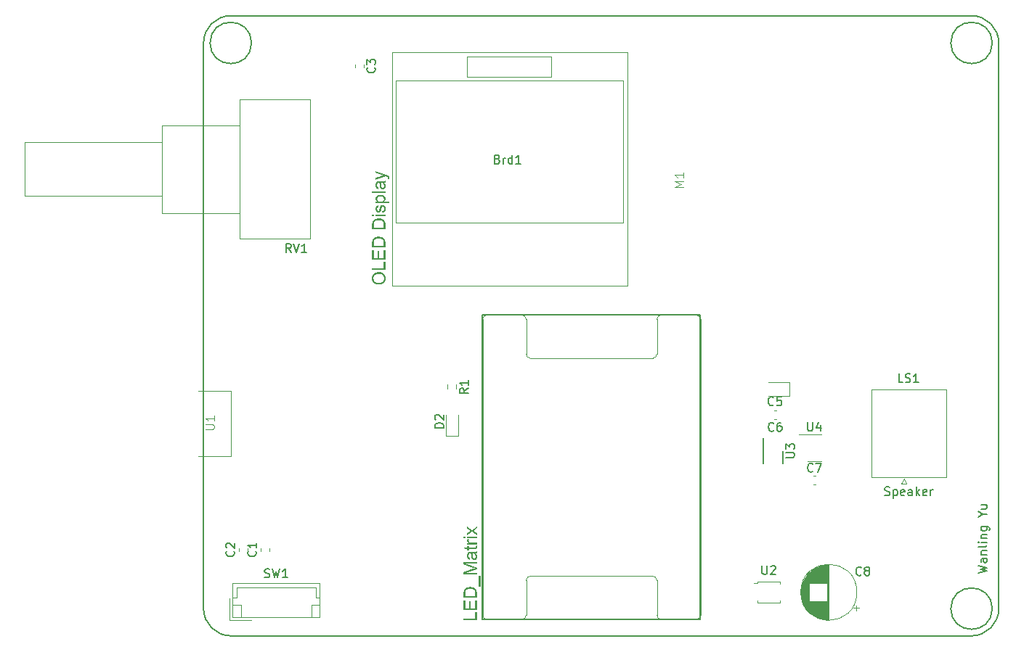
<source format=gbr>
%TF.GenerationSoftware,KiCad,Pcbnew,7.0.10*%
%TF.CreationDate,2024-02-04T22:17:42-08:00*%
%TF.ProjectId,pcb_lab,7063625f-6c61-4622-9e6b-696361645f70,rev?*%
%TF.SameCoordinates,Original*%
%TF.FileFunction,Legend,Top*%
%TF.FilePolarity,Positive*%
%FSLAX46Y46*%
G04 Gerber Fmt 4.6, Leading zero omitted, Abs format (unit mm)*
G04 Created by KiCad (PCBNEW 7.0.10) date 2024-02-04 22:17:42*
%MOMM*%
%LPD*%
G01*
G04 APERTURE LIST*
%ADD10C,0.150000*%
%ADD11C,0.100000*%
%ADD12C,0.120000*%
%ADD13C,0.050000*%
G04 APERTURE END LIST*
D10*
X76835000Y-114300000D02*
G75*
G03*
X80010000Y-117475000I3175000J0D01*
G01*
X109347000Y-80031790D02*
X134747000Y-80031790D01*
X134747000Y-115591790D01*
X109347000Y-115591790D01*
X109347000Y-80031790D01*
X169545000Y-48260000D02*
G75*
G03*
X166370000Y-45085000I-3175000J0D01*
G01*
X82423000Y-48260000D02*
G75*
G03*
X77597000Y-48260000I-2413000J0D01*
G01*
X77597000Y-48260000D02*
G75*
G03*
X82423000Y-48260000I2413000J0D01*
G01*
X80010000Y-45085000D02*
X166370000Y-45085000D01*
X166370000Y-117475000D02*
X80010000Y-117475000D01*
X168783000Y-114300000D02*
G75*
G03*
X163957000Y-114300000I-2413000J0D01*
G01*
X163957000Y-114300000D02*
G75*
G03*
X168783000Y-114300000I2413000J0D01*
G01*
X80010000Y-45085000D02*
G75*
G03*
X76835000Y-48260000I0J-3175000D01*
G01*
X168783000Y-48260000D02*
G75*
G03*
X163957000Y-48260000I-2413000J0D01*
G01*
X163957000Y-48260000D02*
G75*
G03*
X168783000Y-48260000I2413000J0D01*
G01*
X76835000Y-114300000D02*
X76835000Y-48260000D01*
X166370000Y-117475000D02*
G75*
G03*
X169545000Y-114300000I0J3175000D01*
G01*
X169545000Y-48260000D02*
X169545000Y-114300000D01*
G36*
X108706920Y-115666920D02*
G01*
X107158459Y-115666920D01*
X107158459Y-115463685D01*
X108516340Y-115463685D01*
X108516340Y-114708066D01*
X108706920Y-114708066D01*
X108706920Y-115666920D01*
G37*
G36*
X108706920Y-114467608D02*
G01*
X107158459Y-114467608D01*
X107158459Y-113358002D01*
X107349039Y-113358002D01*
X107349039Y-114264744D01*
X107801666Y-114264744D01*
X107801666Y-113415697D01*
X107992245Y-113415697D01*
X107992245Y-114264744D01*
X108516340Y-114264744D01*
X108516340Y-113322268D01*
X108706920Y-113322268D01*
X108706920Y-114467608D01*
G37*
G36*
X107946025Y-111781412D02*
G01*
X107967609Y-111781892D01*
X107988878Y-111782691D01*
X108009833Y-111783811D01*
X108030474Y-111785250D01*
X108050801Y-111787010D01*
X108070814Y-111789089D01*
X108090513Y-111791488D01*
X108109898Y-111794207D01*
X108128969Y-111797246D01*
X108147725Y-111800605D01*
X108166168Y-111804283D01*
X108184297Y-111808282D01*
X108202111Y-111812600D01*
X108219612Y-111817239D01*
X108236798Y-111822197D01*
X108253644Y-111827360D01*
X108270124Y-111832706D01*
X108286237Y-111838236D01*
X108301984Y-111843949D01*
X108317365Y-111849845D01*
X108332379Y-111855924D01*
X108347026Y-111862186D01*
X108361308Y-111868632D01*
X108375222Y-111875261D01*
X108388771Y-111882073D01*
X108401953Y-111889068D01*
X108421039Y-111899904D01*
X108439301Y-111911153D01*
X108456738Y-111922814D01*
X108462367Y-111926792D01*
X108478783Y-111938901D01*
X108494533Y-111951220D01*
X108509614Y-111963747D01*
X108524029Y-111976484D01*
X108537775Y-111989431D01*
X108550855Y-112002587D01*
X108563267Y-112015952D01*
X108575012Y-112029527D01*
X108586089Y-112043311D01*
X108596499Y-112057304D01*
X108603068Y-112066749D01*
X108612414Y-112081198D01*
X108621328Y-112096210D01*
X108629810Y-112111785D01*
X108637860Y-112127922D01*
X108645478Y-112144622D01*
X108652665Y-112161885D01*
X108659419Y-112179710D01*
X108665742Y-112198099D01*
X108671633Y-112217049D01*
X108677092Y-112236563D01*
X108680491Y-112249884D01*
X108685214Y-112270266D01*
X108689473Y-112291210D01*
X108693267Y-112312717D01*
X108696596Y-112334787D01*
X108698557Y-112349813D01*
X108700312Y-112365088D01*
X108701861Y-112380614D01*
X108703203Y-112396390D01*
X108704339Y-112412416D01*
X108705268Y-112428693D01*
X108705990Y-112445219D01*
X108706507Y-112461995D01*
X108706816Y-112479022D01*
X108706920Y-112496298D01*
X108706920Y-113050171D01*
X107158459Y-113050171D01*
X107158459Y-112846935D01*
X107349039Y-112846935D01*
X108516340Y-112846935D01*
X108516340Y-112519376D01*
X108516231Y-112500649D01*
X108515904Y-112482433D01*
X108515358Y-112464729D01*
X108514595Y-112447537D01*
X108513613Y-112430856D01*
X108512414Y-112414688D01*
X108510996Y-112399031D01*
X108509360Y-112383886D01*
X108506498Y-112362128D01*
X108503145Y-112341522D01*
X108499301Y-112322067D01*
X108494966Y-112303764D01*
X108490140Y-112286613D01*
X108488423Y-112281151D01*
X108482919Y-112265267D01*
X108477016Y-112249998D01*
X108470714Y-112235344D01*
X108464013Y-112221305D01*
X108456913Y-112207880D01*
X108446825Y-112190938D01*
X108436027Y-112175090D01*
X108424520Y-112160334D01*
X108412304Y-112146672D01*
X108409139Y-112143428D01*
X108395167Y-112130169D01*
X108380332Y-112117474D01*
X108364633Y-112105341D01*
X108348070Y-112093771D01*
X108330644Y-112082763D01*
X108312354Y-112072318D01*
X108293200Y-112062436D01*
X108273183Y-112053116D01*
X108259358Y-112047216D01*
X108245150Y-112041566D01*
X108230557Y-112036166D01*
X108215581Y-112031016D01*
X108200211Y-112026102D01*
X108184436Y-112021506D01*
X108168257Y-112017227D01*
X108151674Y-112013265D01*
X108134687Y-112009620D01*
X108117296Y-112006292D01*
X108099500Y-112003280D01*
X108081300Y-112000586D01*
X108062696Y-111998209D01*
X108043688Y-111996148D01*
X108024276Y-111994405D01*
X108004459Y-111992979D01*
X107984238Y-111991869D01*
X107963613Y-111991077D01*
X107942584Y-111990601D01*
X107921150Y-111990443D01*
X107891621Y-111990753D01*
X107862961Y-111991682D01*
X107835170Y-111993230D01*
X107808249Y-111995398D01*
X107782198Y-111998185D01*
X107757016Y-112001592D01*
X107732703Y-112005618D01*
X107709260Y-112010264D01*
X107686687Y-112015529D01*
X107664983Y-112021413D01*
X107644149Y-112027917D01*
X107624184Y-112035040D01*
X107605088Y-112042783D01*
X107586862Y-112051145D01*
X107569506Y-112060126D01*
X107553019Y-112069727D01*
X107537251Y-112079725D01*
X107522147Y-112089990D01*
X107507706Y-112100523D01*
X107493928Y-112111323D01*
X107480813Y-112122391D01*
X107468360Y-112133727D01*
X107456571Y-112145330D01*
X107445445Y-112157200D01*
X107434982Y-112169338D01*
X107425182Y-112181744D01*
X107416045Y-112194417D01*
X107407571Y-112207358D01*
X107399760Y-112220566D01*
X107392612Y-112234042D01*
X107386128Y-112247785D01*
X107380306Y-112261796D01*
X107374718Y-112277957D01*
X107369680Y-112295872D01*
X107365191Y-112315540D01*
X107361252Y-112336962D01*
X107358932Y-112352218D01*
X107356855Y-112368252D01*
X107355023Y-112385067D01*
X107353436Y-112402660D01*
X107352092Y-112421033D01*
X107350993Y-112440185D01*
X107350138Y-112460117D01*
X107349527Y-112480828D01*
X107349161Y-112502318D01*
X107349039Y-112524587D01*
X107349039Y-112846935D01*
X107158459Y-112846935D01*
X107158459Y-112521610D01*
X107158546Y-112499560D01*
X107158808Y-112478170D01*
X107159244Y-112457440D01*
X107159855Y-112437370D01*
X107160640Y-112417961D01*
X107161600Y-112399211D01*
X107162734Y-112381122D01*
X107164042Y-112363693D01*
X107165525Y-112346924D01*
X107167183Y-112330815D01*
X107169015Y-112315366D01*
X107171022Y-112300577D01*
X107174359Y-112279632D01*
X107178088Y-112260172D01*
X107180792Y-112248023D01*
X107184803Y-112231704D01*
X107189202Y-112215686D01*
X107193992Y-112199971D01*
X107199171Y-112184559D01*
X107204740Y-112169449D01*
X107210699Y-112154641D01*
X107217047Y-112140136D01*
X107223785Y-112125933D01*
X107230912Y-112112033D01*
X107238429Y-112098435D01*
X107246336Y-112085140D01*
X107254633Y-112072147D01*
X107263319Y-112059456D01*
X107272395Y-112047068D01*
X107281861Y-112034982D01*
X107291716Y-112023199D01*
X107304876Y-112008225D01*
X107318487Y-111993735D01*
X107332549Y-111979727D01*
X107347061Y-111966202D01*
X107362024Y-111953159D01*
X107377438Y-111940600D01*
X107393303Y-111928523D01*
X107409618Y-111916928D01*
X107426385Y-111905817D01*
X107443602Y-111895188D01*
X107461269Y-111885042D01*
X107479388Y-111875379D01*
X107497957Y-111866198D01*
X107516977Y-111857500D01*
X107536447Y-111849285D01*
X107556369Y-111841552D01*
X107576649Y-111834250D01*
X107597290Y-111827420D01*
X107618292Y-111821060D01*
X107639654Y-111815171D01*
X107661377Y-111809753D01*
X107683461Y-111804807D01*
X107705905Y-111800331D01*
X107728709Y-111796327D01*
X107751875Y-111792794D01*
X107775400Y-111789732D01*
X107799287Y-111787141D01*
X107823534Y-111785021D01*
X107848142Y-111783372D01*
X107873110Y-111782194D01*
X107898439Y-111781487D01*
X107924128Y-111781252D01*
X107946025Y-111781412D01*
G37*
G36*
X109135724Y-111708296D02*
G01*
X108945144Y-111708296D01*
X108945144Y-110459477D01*
X109135724Y-110459477D01*
X109135724Y-111708296D01*
G37*
G36*
X108706920Y-110329942D02*
G01*
X107158459Y-110329942D01*
X107158459Y-110024345D01*
X108244987Y-109661052D01*
X108263672Y-109654877D01*
X108281762Y-109648914D01*
X108299255Y-109643163D01*
X108316152Y-109637625D01*
X108332453Y-109632299D01*
X108348158Y-109627185D01*
X108363266Y-109622284D01*
X108377779Y-109617595D01*
X108398429Y-109610959D01*
X108417739Y-109604801D01*
X108435707Y-109599120D01*
X108452334Y-109593918D01*
X108467620Y-109589192D01*
X108472417Y-109587723D01*
X108456023Y-109582580D01*
X108438249Y-109576919D01*
X108419095Y-109570741D01*
X108398559Y-109564046D01*
X108384102Y-109559296D01*
X108369031Y-109554316D01*
X108353347Y-109549106D01*
X108337049Y-109543667D01*
X108320137Y-109537998D01*
X108302612Y-109532099D01*
X108284473Y-109525970D01*
X108265721Y-109519612D01*
X108246355Y-109513024D01*
X108226376Y-109506206D01*
X107158459Y-109138819D01*
X107158459Y-108865605D01*
X108706920Y-108865605D01*
X108706920Y-109061396D01*
X107396684Y-109061396D01*
X108706920Y-109507323D01*
X108706920Y-109690458D01*
X107396684Y-110134524D01*
X108706920Y-110134524D01*
X108706920Y-110329942D01*
G37*
G36*
X108706920Y-107808483D02*
G01*
X108691333Y-107815503D01*
X108675094Y-107821860D01*
X108658204Y-107827553D01*
X108640663Y-107832584D01*
X108622471Y-107836952D01*
X108603627Y-107840657D01*
X108584131Y-107843699D01*
X108569082Y-107845545D01*
X108563985Y-107846078D01*
X108575220Y-107859121D01*
X108586033Y-107872104D01*
X108596425Y-107885026D01*
X108606395Y-107897887D01*
X108615944Y-107910686D01*
X108625070Y-107923425D01*
X108633776Y-107936102D01*
X108642059Y-107948719D01*
X108653694Y-107967529D01*
X108664380Y-107986202D01*
X108674117Y-108004737D01*
X108682905Y-108023135D01*
X108690745Y-108041396D01*
X108693147Y-108047452D01*
X108699866Y-108065725D01*
X108705924Y-108084254D01*
X108711320Y-108103038D01*
X108716056Y-108122077D01*
X108720132Y-108141372D01*
X108723546Y-108160921D01*
X108726300Y-108180726D01*
X108728392Y-108200786D01*
X108729824Y-108221101D01*
X108730595Y-108241671D01*
X108730742Y-108255526D01*
X108730389Y-108278088D01*
X108729329Y-108299990D01*
X108727562Y-108321231D01*
X108725089Y-108341813D01*
X108721909Y-108361734D01*
X108718022Y-108380996D01*
X108713429Y-108399597D01*
X108708129Y-108417538D01*
X108702123Y-108434819D01*
X108695410Y-108451439D01*
X108687990Y-108467400D01*
X108679863Y-108482700D01*
X108671030Y-108497341D01*
X108661490Y-108511321D01*
X108651244Y-108524641D01*
X108640291Y-108537301D01*
X108628788Y-108549201D01*
X108616893Y-108560333D01*
X108604605Y-108570697D01*
X108591925Y-108580293D01*
X108578852Y-108589122D01*
X108565386Y-108597183D01*
X108551528Y-108604477D01*
X108537277Y-108611002D01*
X108522634Y-108616760D01*
X108507598Y-108621750D01*
X108492170Y-108625973D01*
X108476349Y-108629427D01*
X108460135Y-108632114D01*
X108443529Y-108634034D01*
X108426530Y-108635185D01*
X108409139Y-108635569D01*
X108393772Y-108635242D01*
X108378661Y-108634260D01*
X108363805Y-108632625D01*
X108344394Y-108629426D01*
X108325437Y-108625064D01*
X108306933Y-108619539D01*
X108288883Y-108612850D01*
X108271287Y-108604999D01*
X108258387Y-108598346D01*
X108241776Y-108588686D01*
X108226003Y-108578316D01*
X108211068Y-108567237D01*
X108196970Y-108555447D01*
X108183709Y-108542949D01*
X108171286Y-108529741D01*
X108159701Y-108515823D01*
X108148953Y-108501195D01*
X108138937Y-108485882D01*
X108129550Y-108470091D01*
X108120791Y-108453824D01*
X108112661Y-108437080D01*
X108105158Y-108419858D01*
X108098283Y-108402160D01*
X108092037Y-108383985D01*
X108086419Y-108365333D01*
X108082714Y-108350583D01*
X108079044Y-108334066D01*
X108075409Y-108315780D01*
X108072705Y-108300906D01*
X108070022Y-108285037D01*
X108067358Y-108268173D01*
X108064713Y-108250315D01*
X108062088Y-108231462D01*
X108059483Y-108211615D01*
X108057757Y-108197831D01*
X108054273Y-108169779D01*
X108050708Y-108142666D01*
X108047061Y-108116493D01*
X108043333Y-108091258D01*
X108039524Y-108066963D01*
X108035633Y-108043607D01*
X108031661Y-108021191D01*
X108027607Y-107999714D01*
X108023472Y-107979176D01*
X108019255Y-107959577D01*
X108014957Y-107940918D01*
X108010578Y-107923198D01*
X108006117Y-107906417D01*
X108001574Y-107890576D01*
X107996951Y-107875674D01*
X107992245Y-107861711D01*
X108182825Y-107861711D01*
X108189158Y-107881873D01*
X108193281Y-107896315D01*
X108197326Y-107911556D01*
X108201293Y-107927596D01*
X108205181Y-107944436D01*
X108208990Y-107962076D01*
X108212721Y-107980516D01*
X108216374Y-107999756D01*
X108219948Y-108019795D01*
X108223443Y-108040634D01*
X108226860Y-108062272D01*
X108230199Y-108084710D01*
X108233458Y-108107948D01*
X108236640Y-108131986D01*
X108239743Y-108156823D01*
X108241265Y-108169542D01*
X108243876Y-108190722D01*
X108246547Y-108210711D01*
X108249277Y-108229509D01*
X108252065Y-108247116D01*
X108254912Y-108263533D01*
X108257819Y-108278758D01*
X108261785Y-108297207D01*
X108265856Y-108313538D01*
X108271093Y-108330975D01*
X108272159Y-108334066D01*
X108277901Y-108348544D01*
X108284424Y-108361968D01*
X108293283Y-108376686D01*
X108303268Y-108389885D01*
X108314378Y-108401567D01*
X108322410Y-108408511D01*
X108335082Y-108417366D01*
X108348251Y-108424389D01*
X108364243Y-108430267D01*
X108380912Y-108433651D01*
X108395738Y-108434567D01*
X108410866Y-108433677D01*
X108428876Y-108430062D01*
X108445886Y-108423666D01*
X108461896Y-108414490D01*
X108473985Y-108405146D01*
X108485434Y-108394023D01*
X108496243Y-108381120D01*
X108498845Y-108377616D01*
X108508529Y-108362466D01*
X108516921Y-108345675D01*
X108524023Y-108327244D01*
X108528501Y-108312344D01*
X108532254Y-108296522D01*
X108535280Y-108279777D01*
X108537580Y-108262110D01*
X108539153Y-108243520D01*
X108540001Y-108224008D01*
X108540162Y-108210487D01*
X108539763Y-108190317D01*
X108538566Y-108170566D01*
X108536570Y-108151233D01*
X108533776Y-108132319D01*
X108530184Y-108113824D01*
X108525794Y-108095748D01*
X108520605Y-108078091D01*
X108514618Y-108060852D01*
X108507833Y-108044032D01*
X108500250Y-108027631D01*
X108494751Y-108016929D01*
X108485999Y-108001412D01*
X108476914Y-107986687D01*
X108467496Y-107972754D01*
X108457743Y-107959612D01*
X108447657Y-107947262D01*
X108437237Y-107935704D01*
X108426484Y-107924937D01*
X108415397Y-107914963D01*
X108400095Y-107902894D01*
X108384199Y-107892234D01*
X108370985Y-107885080D01*
X108356283Y-107878880D01*
X108340091Y-107873634D01*
X108322410Y-107869342D01*
X108303240Y-107866003D01*
X108287886Y-107864125D01*
X108271694Y-107862784D01*
X108254665Y-107861979D01*
X108236798Y-107861711D01*
X108182825Y-107861711D01*
X107992245Y-107861711D01*
X107977031Y-107861385D01*
X107961125Y-107861089D01*
X107949812Y-107860967D01*
X107931624Y-107861434D01*
X107914470Y-107862838D01*
X107898351Y-107865177D01*
X107883265Y-107868452D01*
X107864758Y-107874274D01*
X107848089Y-107881759D01*
X107833258Y-107890907D01*
X107820265Y-107901720D01*
X107809110Y-107914195D01*
X107799265Y-107928353D01*
X107790388Y-107943748D01*
X107782480Y-107960379D01*
X107775540Y-107978247D01*
X107769568Y-107997351D01*
X107764565Y-108017693D01*
X107760530Y-108039270D01*
X107758378Y-108054343D01*
X107756657Y-108069965D01*
X107755366Y-108086136D01*
X107754505Y-108102857D01*
X107754074Y-108120128D01*
X107754021Y-108128969D01*
X107754165Y-108145308D01*
X107754596Y-108161103D01*
X107755316Y-108176354D01*
X107756936Y-108198211D01*
X107759203Y-108218845D01*
X107762118Y-108238254D01*
X107765680Y-108256441D01*
X107769891Y-108273404D01*
X107774749Y-108289143D01*
X107780255Y-108303659D01*
X107788604Y-108321110D01*
X107790871Y-108325133D01*
X107800880Y-108340440D01*
X107812670Y-108354724D01*
X107826238Y-108367985D01*
X107841587Y-108380222D01*
X107854266Y-108388728D01*
X107867947Y-108396658D01*
X107882628Y-108404012D01*
X107898311Y-108410791D01*
X107914994Y-108416994D01*
X107920778Y-108418933D01*
X107896956Y-108603185D01*
X107875712Y-108598221D01*
X107855255Y-108592682D01*
X107835582Y-108586566D01*
X107816694Y-108579875D01*
X107798592Y-108572608D01*
X107781275Y-108564765D01*
X107764743Y-108556346D01*
X107748996Y-108547351D01*
X107734034Y-108537781D01*
X107719857Y-108527635D01*
X107710842Y-108520551D01*
X107697867Y-108509285D01*
X107685460Y-108497123D01*
X107673622Y-108484064D01*
X107662354Y-108470109D01*
X107651655Y-108455257D01*
X107641526Y-108439509D01*
X107631965Y-108422865D01*
X107622974Y-108405324D01*
X107614552Y-108386887D01*
X107606699Y-108367553D01*
X107601780Y-108354166D01*
X107594929Y-108333416D01*
X107588751Y-108312064D01*
X107585007Y-108297495D01*
X107581562Y-108282658D01*
X107578417Y-108267554D01*
X107575572Y-108252182D01*
X107573026Y-108236543D01*
X107570779Y-108220636D01*
X107568832Y-108204461D01*
X107567185Y-108188020D01*
X107565837Y-108171310D01*
X107564789Y-108154333D01*
X107564040Y-108137089D01*
X107563591Y-108119576D01*
X107563441Y-108101797D01*
X107563573Y-108084186D01*
X107563970Y-108066994D01*
X107564632Y-108050220D01*
X107565558Y-108033866D01*
X107566749Y-108017930D01*
X107568204Y-108002412D01*
X107569924Y-107987314D01*
X107573001Y-107965452D01*
X107576672Y-107944531D01*
X107580940Y-107924553D01*
X107585802Y-107905517D01*
X107591260Y-107887424D01*
X107597313Y-107870272D01*
X107603818Y-107854007D01*
X107610631Y-107838573D01*
X107617751Y-107823970D01*
X107625178Y-107810198D01*
X107632913Y-107797257D01*
X107643705Y-107781295D01*
X107655043Y-107766810D01*
X107666928Y-107753803D01*
X107679360Y-107742273D01*
X107682553Y-107739621D01*
X107695727Y-107729501D01*
X107709749Y-107720172D01*
X107724621Y-107711634D01*
X107740341Y-107703887D01*
X107756911Y-107696931D01*
X107774330Y-107690766D01*
X107792598Y-107685392D01*
X107811716Y-107680809D01*
X107828546Y-107678128D01*
X107844470Y-107676311D01*
X107862581Y-107674784D01*
X107877600Y-107673830D01*
X107893848Y-107673039D01*
X107911327Y-107672412D01*
X107930036Y-107671949D01*
X107949974Y-107671649D01*
X107971143Y-107671513D01*
X107978473Y-107671503D01*
X108215209Y-107671503D01*
X108230542Y-107671492D01*
X108245555Y-107671457D01*
X108274620Y-107671317D01*
X108302401Y-107671085D01*
X108328901Y-107670759D01*
X108354117Y-107670340D01*
X108378052Y-107669828D01*
X108400704Y-107669224D01*
X108422073Y-107668526D01*
X108442161Y-107667735D01*
X108460965Y-107666851D01*
X108478488Y-107665874D01*
X108494727Y-107664803D01*
X108509685Y-107663640D01*
X108529716Y-107661721D01*
X108546862Y-107659592D01*
X108562437Y-107657083D01*
X108577894Y-107654162D01*
X108593233Y-107650828D01*
X108608454Y-107647082D01*
X108623558Y-107642924D01*
X108638543Y-107638354D01*
X108653411Y-107633371D01*
X108668161Y-107627976D01*
X108682794Y-107622169D01*
X108697309Y-107615950D01*
X108706920Y-107611575D01*
X108706920Y-107808483D01*
G37*
G36*
X108546118Y-106973580D02*
G01*
X108712503Y-106946407D01*
X108715762Y-106961192D01*
X108719610Y-106980437D01*
X108722887Y-106999148D01*
X108725594Y-107017323D01*
X108727732Y-107034963D01*
X108729299Y-107052068D01*
X108730297Y-107068638D01*
X108730724Y-107084672D01*
X108730742Y-107088597D01*
X108730464Y-107107454D01*
X108729630Y-107125500D01*
X108728239Y-107142734D01*
X108726293Y-107159158D01*
X108723790Y-107174769D01*
X108720731Y-107189570D01*
X108715787Y-107208041D01*
X108709855Y-107225071D01*
X108702934Y-107240658D01*
X108699103Y-107247910D01*
X108690885Y-107261444D01*
X108682050Y-107273943D01*
X108670140Y-107288110D01*
X108657267Y-107300660D01*
X108643430Y-107311592D01*
X108628630Y-107320907D01*
X108616096Y-107327194D01*
X108601481Y-107332603D01*
X108583317Y-107337291D01*
X108567366Y-107340333D01*
X108549420Y-107342970D01*
X108529478Y-107345202D01*
X108507540Y-107347027D01*
X108491806Y-107348019D01*
X108475185Y-107348830D01*
X108457678Y-107349461D01*
X108439283Y-107349912D01*
X108420002Y-107350182D01*
X108399833Y-107350272D01*
X107777843Y-107350272D01*
X107777843Y-107488740D01*
X107587263Y-107488740D01*
X107587263Y-107350272D01*
X107311816Y-107350272D01*
X107199032Y-107163043D01*
X107587263Y-107163043D01*
X107587263Y-106973580D01*
X107777843Y-106973580D01*
X107777843Y-107163043D01*
X108394250Y-107163043D01*
X108412477Y-107162891D01*
X108429006Y-107162438D01*
X108447279Y-107161445D01*
X108462899Y-107159980D01*
X108478140Y-107157599D01*
X108492517Y-107153365D01*
X108506560Y-107145004D01*
X108517494Y-107134884D01*
X108526684Y-107122365D01*
X108527507Y-107120981D01*
X108533624Y-107106678D01*
X108537381Y-107091393D01*
X108539371Y-107076035D01*
X108540150Y-107058824D01*
X108540162Y-107056214D01*
X108540534Y-107039324D01*
X108541471Y-107022484D01*
X108542727Y-107006519D01*
X108544402Y-106989141D01*
X108546118Y-106973580D01*
G37*
G36*
X108706920Y-106794539D02*
G01*
X107587263Y-106794539D01*
X107587263Y-106624804D01*
X107752904Y-106624804D01*
X107738742Y-106616746D01*
X107725196Y-106608763D01*
X107712267Y-106600856D01*
X107694030Y-106589138D01*
X107677179Y-106577589D01*
X107661716Y-106566211D01*
X107647640Y-106555003D01*
X107634951Y-106543964D01*
X107623648Y-106533096D01*
X107610737Y-106518870D01*
X107600291Y-106504947D01*
X107591654Y-106491006D01*
X107584169Y-106476727D01*
X107577836Y-106462112D01*
X107572654Y-106447159D01*
X107568623Y-106431868D01*
X107565744Y-106416241D01*
X107564017Y-106400276D01*
X107563441Y-106383973D01*
X107563958Y-106366080D01*
X107565509Y-106348135D01*
X107568093Y-106330137D01*
X107571711Y-106312087D01*
X107576363Y-106293985D01*
X107582049Y-106275830D01*
X107588769Y-106257623D01*
X107596523Y-106239364D01*
X107605310Y-106221052D01*
X107615131Y-106202688D01*
X107622253Y-106190416D01*
X107796454Y-106255183D01*
X107788871Y-106268161D01*
X107779920Y-106285455D01*
X107772295Y-106302738D01*
X107765997Y-106320008D01*
X107761024Y-106337267D01*
X107757377Y-106354515D01*
X107755057Y-106371751D01*
X107754062Y-106388975D01*
X107754021Y-106393279D01*
X107754608Y-106408535D01*
X107756370Y-106423406D01*
X107760225Y-106441456D01*
X107765916Y-106458906D01*
X107773442Y-106475756D01*
X107780785Y-106488804D01*
X107789303Y-106501469D01*
X107791616Y-106504575D01*
X107801468Y-106516416D01*
X107812228Y-106527374D01*
X107823895Y-106537447D01*
X107836469Y-106546636D01*
X107849950Y-106554942D01*
X107864339Y-106562363D01*
X107879635Y-106568900D01*
X107895839Y-106574553D01*
X107915062Y-106580207D01*
X107934626Y-106585306D01*
X107954530Y-106589848D01*
X107974774Y-106593833D01*
X107995358Y-106597263D01*
X108016283Y-106600136D01*
X108037548Y-106602454D01*
X108059153Y-106604215D01*
X108081098Y-106605420D01*
X108103384Y-106606069D01*
X108118430Y-106606192D01*
X108706920Y-106606192D01*
X108706920Y-106794539D01*
G37*
G36*
X107349039Y-106080981D02*
G01*
X107158459Y-106080981D01*
X107158459Y-105892635D01*
X107349039Y-105892635D01*
X107349039Y-106080981D01*
G37*
G36*
X108706920Y-106080981D02*
G01*
X107587263Y-106080981D01*
X107587263Y-105892635D01*
X108706920Y-105892635D01*
X108706920Y-106080981D01*
G37*
G36*
X108706920Y-105734439D02*
G01*
X108127736Y-105327968D01*
X107587263Y-105703916D01*
X107587263Y-105468297D01*
X107848566Y-105297818D01*
X107862013Y-105288978D01*
X107874996Y-105280466D01*
X107887514Y-105272280D01*
X107903481Y-105261875D01*
X107918624Y-105252052D01*
X107932940Y-105242810D01*
X107946430Y-105234150D01*
X107959094Y-105226072D01*
X107968051Y-105220395D01*
X107953691Y-105208972D01*
X107939459Y-105197782D01*
X107925355Y-105186824D01*
X107911379Y-105176100D01*
X107897531Y-105165608D01*
X107883811Y-105155348D01*
X107870219Y-105145321D01*
X107856755Y-105135527D01*
X107587263Y-104948297D01*
X107587263Y-104723101D01*
X108122897Y-105097932D01*
X108706920Y-104693695D01*
X108706920Y-104925219D01*
X108367077Y-105153394D01*
X108285560Y-105214067D01*
X108706920Y-105506264D01*
X108706920Y-105734439D01*
G37*
X167144819Y-110121458D02*
X168144819Y-109883363D01*
X168144819Y-109883363D02*
X167430533Y-109692887D01*
X167430533Y-109692887D02*
X168144819Y-109502411D01*
X168144819Y-109502411D02*
X167144819Y-109264316D01*
X168144819Y-108454792D02*
X167621009Y-108454792D01*
X167621009Y-108454792D02*
X167525771Y-108502411D01*
X167525771Y-108502411D02*
X167478152Y-108597649D01*
X167478152Y-108597649D02*
X167478152Y-108788125D01*
X167478152Y-108788125D02*
X167525771Y-108883363D01*
X168097200Y-108454792D02*
X168144819Y-108550030D01*
X168144819Y-108550030D02*
X168144819Y-108788125D01*
X168144819Y-108788125D02*
X168097200Y-108883363D01*
X168097200Y-108883363D02*
X168001961Y-108930982D01*
X168001961Y-108930982D02*
X167906723Y-108930982D01*
X167906723Y-108930982D02*
X167811485Y-108883363D01*
X167811485Y-108883363D02*
X167763866Y-108788125D01*
X167763866Y-108788125D02*
X167763866Y-108550030D01*
X167763866Y-108550030D02*
X167716247Y-108454792D01*
X167478152Y-107978601D02*
X168144819Y-107978601D01*
X167573390Y-107978601D02*
X167525771Y-107930982D01*
X167525771Y-107930982D02*
X167478152Y-107835744D01*
X167478152Y-107835744D02*
X167478152Y-107692887D01*
X167478152Y-107692887D02*
X167525771Y-107597649D01*
X167525771Y-107597649D02*
X167621009Y-107550030D01*
X167621009Y-107550030D02*
X168144819Y-107550030D01*
X168144819Y-106930982D02*
X168097200Y-107026220D01*
X168097200Y-107026220D02*
X168001961Y-107073839D01*
X168001961Y-107073839D02*
X167144819Y-107073839D01*
X168144819Y-106550029D02*
X167478152Y-106550029D01*
X167144819Y-106550029D02*
X167192438Y-106597648D01*
X167192438Y-106597648D02*
X167240057Y-106550029D01*
X167240057Y-106550029D02*
X167192438Y-106502410D01*
X167192438Y-106502410D02*
X167144819Y-106550029D01*
X167144819Y-106550029D02*
X167240057Y-106550029D01*
X167478152Y-106073839D02*
X168144819Y-106073839D01*
X167573390Y-106073839D02*
X167525771Y-106026220D01*
X167525771Y-106026220D02*
X167478152Y-105930982D01*
X167478152Y-105930982D02*
X167478152Y-105788125D01*
X167478152Y-105788125D02*
X167525771Y-105692887D01*
X167525771Y-105692887D02*
X167621009Y-105645268D01*
X167621009Y-105645268D02*
X168144819Y-105645268D01*
X167478152Y-104740506D02*
X168287676Y-104740506D01*
X168287676Y-104740506D02*
X168382914Y-104788125D01*
X168382914Y-104788125D02*
X168430533Y-104835744D01*
X168430533Y-104835744D02*
X168478152Y-104930982D01*
X168478152Y-104930982D02*
X168478152Y-105073839D01*
X168478152Y-105073839D02*
X168430533Y-105169077D01*
X168097200Y-104740506D02*
X168144819Y-104835744D01*
X168144819Y-104835744D02*
X168144819Y-105026220D01*
X168144819Y-105026220D02*
X168097200Y-105121458D01*
X168097200Y-105121458D02*
X168049580Y-105169077D01*
X168049580Y-105169077D02*
X167954342Y-105216696D01*
X167954342Y-105216696D02*
X167668628Y-105216696D01*
X167668628Y-105216696D02*
X167573390Y-105169077D01*
X167573390Y-105169077D02*
X167525771Y-105121458D01*
X167525771Y-105121458D02*
X167478152Y-105026220D01*
X167478152Y-105026220D02*
X167478152Y-104835744D01*
X167478152Y-104835744D02*
X167525771Y-104740506D01*
X167668628Y-103311934D02*
X168144819Y-103311934D01*
X167144819Y-103645267D02*
X167668628Y-103311934D01*
X167668628Y-103311934D02*
X167144819Y-102978601D01*
X167478152Y-102216696D02*
X168144819Y-102216696D01*
X167478152Y-102645267D02*
X168001961Y-102645267D01*
X168001961Y-102645267D02*
X168097200Y-102597648D01*
X168097200Y-102597648D02*
X168144819Y-102502410D01*
X168144819Y-102502410D02*
X168144819Y-102359553D01*
X168144819Y-102359553D02*
X168097200Y-102264315D01*
X168097200Y-102264315D02*
X168049580Y-102216696D01*
X156262460Y-101041200D02*
X156405317Y-101088819D01*
X156405317Y-101088819D02*
X156643412Y-101088819D01*
X156643412Y-101088819D02*
X156738650Y-101041200D01*
X156738650Y-101041200D02*
X156786269Y-100993580D01*
X156786269Y-100993580D02*
X156833888Y-100898342D01*
X156833888Y-100898342D02*
X156833888Y-100803104D01*
X156833888Y-100803104D02*
X156786269Y-100707866D01*
X156786269Y-100707866D02*
X156738650Y-100660247D01*
X156738650Y-100660247D02*
X156643412Y-100612628D01*
X156643412Y-100612628D02*
X156452936Y-100565009D01*
X156452936Y-100565009D02*
X156357698Y-100517390D01*
X156357698Y-100517390D02*
X156310079Y-100469771D01*
X156310079Y-100469771D02*
X156262460Y-100374533D01*
X156262460Y-100374533D02*
X156262460Y-100279295D01*
X156262460Y-100279295D02*
X156310079Y-100184057D01*
X156310079Y-100184057D02*
X156357698Y-100136438D01*
X156357698Y-100136438D02*
X156452936Y-100088819D01*
X156452936Y-100088819D02*
X156691031Y-100088819D01*
X156691031Y-100088819D02*
X156833888Y-100136438D01*
X157262460Y-100422152D02*
X157262460Y-101422152D01*
X157262460Y-100469771D02*
X157357698Y-100422152D01*
X157357698Y-100422152D02*
X157548174Y-100422152D01*
X157548174Y-100422152D02*
X157643412Y-100469771D01*
X157643412Y-100469771D02*
X157691031Y-100517390D01*
X157691031Y-100517390D02*
X157738650Y-100612628D01*
X157738650Y-100612628D02*
X157738650Y-100898342D01*
X157738650Y-100898342D02*
X157691031Y-100993580D01*
X157691031Y-100993580D02*
X157643412Y-101041200D01*
X157643412Y-101041200D02*
X157548174Y-101088819D01*
X157548174Y-101088819D02*
X157357698Y-101088819D01*
X157357698Y-101088819D02*
X157262460Y-101041200D01*
X158548174Y-101041200D02*
X158452936Y-101088819D01*
X158452936Y-101088819D02*
X158262460Y-101088819D01*
X158262460Y-101088819D02*
X158167222Y-101041200D01*
X158167222Y-101041200D02*
X158119603Y-100945961D01*
X158119603Y-100945961D02*
X158119603Y-100565009D01*
X158119603Y-100565009D02*
X158167222Y-100469771D01*
X158167222Y-100469771D02*
X158262460Y-100422152D01*
X158262460Y-100422152D02*
X158452936Y-100422152D01*
X158452936Y-100422152D02*
X158548174Y-100469771D01*
X158548174Y-100469771D02*
X158595793Y-100565009D01*
X158595793Y-100565009D02*
X158595793Y-100660247D01*
X158595793Y-100660247D02*
X158119603Y-100755485D01*
X159452936Y-101088819D02*
X159452936Y-100565009D01*
X159452936Y-100565009D02*
X159405317Y-100469771D01*
X159405317Y-100469771D02*
X159310079Y-100422152D01*
X159310079Y-100422152D02*
X159119603Y-100422152D01*
X159119603Y-100422152D02*
X159024365Y-100469771D01*
X159452936Y-101041200D02*
X159357698Y-101088819D01*
X159357698Y-101088819D02*
X159119603Y-101088819D01*
X159119603Y-101088819D02*
X159024365Y-101041200D01*
X159024365Y-101041200D02*
X158976746Y-100945961D01*
X158976746Y-100945961D02*
X158976746Y-100850723D01*
X158976746Y-100850723D02*
X159024365Y-100755485D01*
X159024365Y-100755485D02*
X159119603Y-100707866D01*
X159119603Y-100707866D02*
X159357698Y-100707866D01*
X159357698Y-100707866D02*
X159452936Y-100660247D01*
X159929127Y-101088819D02*
X159929127Y-100088819D01*
X160024365Y-100707866D02*
X160310079Y-101088819D01*
X160310079Y-100422152D02*
X159929127Y-100803104D01*
X161119603Y-101041200D02*
X161024365Y-101088819D01*
X161024365Y-101088819D02*
X160833889Y-101088819D01*
X160833889Y-101088819D02*
X160738651Y-101041200D01*
X160738651Y-101041200D02*
X160691032Y-100945961D01*
X160691032Y-100945961D02*
X160691032Y-100565009D01*
X160691032Y-100565009D02*
X160738651Y-100469771D01*
X160738651Y-100469771D02*
X160833889Y-100422152D01*
X160833889Y-100422152D02*
X161024365Y-100422152D01*
X161024365Y-100422152D02*
X161119603Y-100469771D01*
X161119603Y-100469771D02*
X161167222Y-100565009D01*
X161167222Y-100565009D02*
X161167222Y-100660247D01*
X161167222Y-100660247D02*
X160691032Y-100755485D01*
X161595794Y-101088819D02*
X161595794Y-100422152D01*
X161595794Y-100612628D02*
X161643413Y-100517390D01*
X161643413Y-100517390D02*
X161691032Y-100469771D01*
X161691032Y-100469771D02*
X161786270Y-100422152D01*
X161786270Y-100422152D02*
X161881508Y-100422152D01*
G36*
X97296416Y-75009829D02*
G01*
X97325153Y-75010932D01*
X97353506Y-75012772D01*
X97381475Y-75015347D01*
X97409061Y-75018658D01*
X97436262Y-75022704D01*
X97463080Y-75027486D01*
X97489514Y-75033004D01*
X97515564Y-75039258D01*
X97541230Y-75046247D01*
X97566512Y-75053972D01*
X97591411Y-75062433D01*
X97615925Y-75071630D01*
X97640056Y-75081562D01*
X97663803Y-75092230D01*
X97687166Y-75103634D01*
X97709940Y-75115714D01*
X97732013Y-75128410D01*
X97753386Y-75141723D01*
X97774057Y-75155653D01*
X97794028Y-75170199D01*
X97813298Y-75185361D01*
X97831867Y-75201140D01*
X97849736Y-75217535D01*
X97866903Y-75234547D01*
X97883370Y-75252176D01*
X97899136Y-75270420D01*
X97914200Y-75289282D01*
X97928565Y-75308760D01*
X97942228Y-75328854D01*
X97955190Y-75349565D01*
X97967452Y-75370892D01*
X97978991Y-75392588D01*
X97989786Y-75414495D01*
X97999836Y-75436615D01*
X98009141Y-75458947D01*
X98017703Y-75481492D01*
X98025519Y-75504248D01*
X98032592Y-75527217D01*
X98038920Y-75550398D01*
X98044503Y-75573792D01*
X98049342Y-75597398D01*
X98053436Y-75621216D01*
X98056786Y-75645246D01*
X98059392Y-75669489D01*
X98061253Y-75693944D01*
X98062370Y-75718611D01*
X98062742Y-75743491D01*
X98062332Y-75770391D01*
X98061102Y-75796934D01*
X98059052Y-75823120D01*
X98056181Y-75848947D01*
X98052491Y-75874417D01*
X98047981Y-75899529D01*
X98042650Y-75924284D01*
X98036500Y-75948680D01*
X98029530Y-75972720D01*
X98021739Y-75996401D01*
X98013128Y-76019725D01*
X98003698Y-76042691D01*
X97993447Y-76065299D01*
X97982376Y-76087550D01*
X97970485Y-76109443D01*
X97957774Y-76130978D01*
X97944307Y-76151967D01*
X97930241Y-76172313D01*
X97915576Y-76192016D01*
X97900312Y-76211077D01*
X97884449Y-76229494D01*
X97867986Y-76247270D01*
X97850925Y-76264402D01*
X97833265Y-76280892D01*
X97815005Y-76296739D01*
X97796147Y-76311944D01*
X97776689Y-76326506D01*
X97756633Y-76340425D01*
X97735977Y-76353702D01*
X97714722Y-76366336D01*
X97692868Y-76378327D01*
X97670416Y-76389675D01*
X97647580Y-76400313D01*
X97624580Y-76410264D01*
X97601413Y-76419529D01*
X97578080Y-76428108D01*
X97554582Y-76436000D01*
X97530918Y-76443206D01*
X97507088Y-76449726D01*
X97483093Y-76455559D01*
X97458932Y-76460706D01*
X97434605Y-76465167D01*
X97410112Y-76468942D01*
X97385453Y-76472030D01*
X97360629Y-76474432D01*
X97335639Y-76476148D01*
X97310483Y-76477177D01*
X97285162Y-76477521D01*
X97261316Y-76477320D01*
X97237797Y-76476719D01*
X97214605Y-76475718D01*
X97191739Y-76474316D01*
X97169199Y-76472513D01*
X97146986Y-76470310D01*
X97125099Y-76467706D01*
X97103539Y-76464702D01*
X97082305Y-76461297D01*
X97061397Y-76457492D01*
X97040816Y-76453286D01*
X97020561Y-76448679D01*
X97000633Y-76443672D01*
X96981031Y-76438264D01*
X96961756Y-76432455D01*
X96942807Y-76426246D01*
X96924184Y-76419637D01*
X96905888Y-76412627D01*
X96887918Y-76405216D01*
X96870275Y-76397405D01*
X96852958Y-76389193D01*
X96835968Y-76380580D01*
X96819304Y-76371567D01*
X96802966Y-76362154D01*
X96786955Y-76352340D01*
X96771270Y-76342125D01*
X96755912Y-76331510D01*
X96740880Y-76320494D01*
X96726174Y-76309077D01*
X96711795Y-76297260D01*
X96697743Y-76285042D01*
X96684016Y-76272424D01*
X96670643Y-76259466D01*
X96657693Y-76246275D01*
X96645168Y-76232852D01*
X96633068Y-76219196D01*
X96621392Y-76205307D01*
X96610141Y-76191186D01*
X96599315Y-76176832D01*
X96588913Y-76162245D01*
X96578935Y-76147426D01*
X96569382Y-76132374D01*
X96560254Y-76117089D01*
X96551551Y-76101572D01*
X96543271Y-76085822D01*
X96535417Y-76069840D01*
X96527987Y-76053625D01*
X96520981Y-76037177D01*
X96514401Y-76020497D01*
X96508244Y-76003584D01*
X96502513Y-75986438D01*
X96497206Y-75969060D01*
X96492323Y-75951449D01*
X96487865Y-75933605D01*
X96483832Y-75915529D01*
X96480223Y-75897220D01*
X96477038Y-75878679D01*
X96474279Y-75859904D01*
X96471944Y-75840898D01*
X96470033Y-75821658D01*
X96468547Y-75802186D01*
X96467486Y-75782481D01*
X96466849Y-75762544D01*
X96466636Y-75742374D01*
X96466653Y-75741257D01*
X96657216Y-75741257D01*
X96657783Y-75768008D01*
X96659484Y-75794288D01*
X96662320Y-75820097D01*
X96666289Y-75845434D01*
X96671393Y-75870301D01*
X96677630Y-75894696D01*
X96685002Y-75918620D01*
X96693508Y-75942073D01*
X96703148Y-75965055D01*
X96713923Y-75987566D01*
X96725831Y-76009606D01*
X96738873Y-76031175D01*
X96753050Y-76052273D01*
X96768361Y-76072899D01*
X96784805Y-76093055D01*
X96802384Y-76112739D01*
X96821291Y-76131535D01*
X96841718Y-76149118D01*
X96863666Y-76165489D01*
X96887136Y-76180647D01*
X96912126Y-76194592D01*
X96938637Y-76207325D01*
X96952462Y-76213237D01*
X96966668Y-76218845D01*
X96981255Y-76224151D01*
X96996221Y-76229153D01*
X97011568Y-76233852D01*
X97027295Y-76238248D01*
X97043402Y-76242340D01*
X97059889Y-76246130D01*
X97076757Y-76249616D01*
X97094005Y-76252799D01*
X97111633Y-76255679D01*
X97129641Y-76258256D01*
X97148029Y-76260530D01*
X97166798Y-76262500D01*
X97185947Y-76264168D01*
X97205476Y-76265532D01*
X97225386Y-76266593D01*
X97245675Y-76267351D01*
X97266345Y-76267806D01*
X97287395Y-76267957D01*
X97304265Y-76267812D01*
X97320911Y-76267374D01*
X97337333Y-76266645D01*
X97353529Y-76265625D01*
X97369501Y-76264313D01*
X97385248Y-76262710D01*
X97400771Y-76260815D01*
X97416069Y-76258628D01*
X97431142Y-76256150D01*
X97445991Y-76253381D01*
X97460615Y-76250320D01*
X97489189Y-76243323D01*
X97516865Y-76235160D01*
X97543642Y-76225831D01*
X97569520Y-76215336D01*
X97594500Y-76203675D01*
X97618581Y-76190848D01*
X97641764Y-76176855D01*
X97664048Y-76161695D01*
X97685434Y-76145370D01*
X97705921Y-76127878D01*
X97715827Y-76118695D01*
X97734758Y-76099742D01*
X97752468Y-76080198D01*
X97768957Y-76060065D01*
X97784224Y-76039341D01*
X97798270Y-76018026D01*
X97811094Y-75996122D01*
X97822697Y-75973627D01*
X97833078Y-75950542D01*
X97842239Y-75926866D01*
X97850178Y-75902600D01*
X97856895Y-75877744D01*
X97862391Y-75852297D01*
X97866666Y-75826260D01*
X97869719Y-75799633D01*
X97871552Y-75772415D01*
X97872162Y-75744607D01*
X97871546Y-75716263D01*
X97869696Y-75688553D01*
X97866614Y-75661476D01*
X97862298Y-75635033D01*
X97856750Y-75609225D01*
X97849968Y-75584050D01*
X97841954Y-75559509D01*
X97832706Y-75535603D01*
X97822226Y-75512330D01*
X97810512Y-75489691D01*
X97797566Y-75467686D01*
X97783386Y-75446315D01*
X97767974Y-75425578D01*
X97751328Y-75405475D01*
X97733450Y-75386005D01*
X97714338Y-75367170D01*
X97694048Y-75349231D01*
X97672725Y-75332448D01*
X97650369Y-75316824D01*
X97626982Y-75302356D01*
X97602561Y-75289046D01*
X97577109Y-75276894D01*
X97550624Y-75265899D01*
X97523107Y-75256061D01*
X97494558Y-75247380D01*
X97479896Y-75243474D01*
X97464976Y-75239857D01*
X97449798Y-75236530D01*
X97434362Y-75233492D01*
X97418668Y-75230743D01*
X97402715Y-75228283D01*
X97386505Y-75226113D01*
X97370036Y-75224232D01*
X97353310Y-75222641D01*
X97336325Y-75221339D01*
X97319083Y-75220326D01*
X97301582Y-75219603D01*
X97283823Y-75219169D01*
X97265806Y-75219024D01*
X97243004Y-75219271D01*
X97220569Y-75220013D01*
X97198500Y-75221249D01*
X97176797Y-75222979D01*
X97155461Y-75225204D01*
X97134492Y-75227923D01*
X97113888Y-75231136D01*
X97093651Y-75234844D01*
X97073781Y-75239046D01*
X97054277Y-75243742D01*
X97035139Y-75248933D01*
X97016368Y-75254618D01*
X96997963Y-75260798D01*
X96979925Y-75267472D01*
X96962253Y-75274640D01*
X96944947Y-75282303D01*
X96928066Y-75290442D01*
X96911668Y-75299041D01*
X96895752Y-75308100D01*
X96880319Y-75317618D01*
X96865369Y-75327595D01*
X96850902Y-75338032D01*
X96836917Y-75348928D01*
X96823415Y-75360284D01*
X96810396Y-75372099D01*
X96797860Y-75384374D01*
X96785806Y-75397108D01*
X96774235Y-75410302D01*
X96763147Y-75423955D01*
X96752541Y-75438068D01*
X96742418Y-75452640D01*
X96732778Y-75467671D01*
X96723628Y-75483047D01*
X96715068Y-75498653D01*
X96707099Y-75514489D01*
X96699720Y-75530554D01*
X96692931Y-75546849D01*
X96686733Y-75563374D01*
X96681124Y-75580129D01*
X96676107Y-75597113D01*
X96671679Y-75614327D01*
X96667842Y-75631771D01*
X96664595Y-75649444D01*
X96661939Y-75667347D01*
X96659873Y-75685480D01*
X96658397Y-75703843D01*
X96657511Y-75722435D01*
X96657216Y-75741257D01*
X96466653Y-75741257D01*
X96467035Y-75715971D01*
X96468230Y-75689896D01*
X96470222Y-75664150D01*
X96473011Y-75638732D01*
X96476596Y-75613643D01*
X96480979Y-75588883D01*
X96486158Y-75564451D01*
X96492134Y-75540348D01*
X96498907Y-75516574D01*
X96506476Y-75493128D01*
X96514843Y-75470011D01*
X96524006Y-75447222D01*
X96533966Y-75424762D01*
X96544723Y-75402631D01*
X96556276Y-75380828D01*
X96568626Y-75359353D01*
X96581691Y-75338315D01*
X96595386Y-75317914D01*
X96609712Y-75298150D01*
X96624670Y-75279022D01*
X96640258Y-75260532D01*
X96656478Y-75242678D01*
X96673328Y-75225461D01*
X96690810Y-75208881D01*
X96708922Y-75192938D01*
X96727666Y-75177631D01*
X96747040Y-75162962D01*
X96767046Y-75148929D01*
X96787683Y-75135534D01*
X96808951Y-75122775D01*
X96830850Y-75110653D01*
X96853379Y-75099167D01*
X96876370Y-75088305D01*
X96899745Y-75078142D01*
X96923503Y-75068681D01*
X96947646Y-75059921D01*
X96972172Y-75051861D01*
X96997082Y-75044503D01*
X97022376Y-75037845D01*
X97048054Y-75031888D01*
X97074115Y-75026631D01*
X97100561Y-75022076D01*
X97127390Y-75018221D01*
X97154603Y-75015068D01*
X97182200Y-75012615D01*
X97210181Y-75010863D01*
X97238546Y-75009811D01*
X97267295Y-75009461D01*
X97296416Y-75009829D01*
G37*
G36*
X98038920Y-74765281D02*
G01*
X96490459Y-74765281D01*
X96490459Y-74562045D01*
X97848340Y-74562045D01*
X97848340Y-73806426D01*
X98038920Y-73806426D01*
X98038920Y-74765281D01*
G37*
G36*
X98038920Y-73565968D02*
G01*
X96490459Y-73565968D01*
X96490459Y-72456362D01*
X96681039Y-72456362D01*
X96681039Y-73363105D01*
X97133666Y-73363105D01*
X97133666Y-72514057D01*
X97324245Y-72514057D01*
X97324245Y-73363105D01*
X97848340Y-73363105D01*
X97848340Y-72420628D01*
X98038920Y-72420628D01*
X98038920Y-73565968D01*
G37*
G36*
X97278025Y-70879772D02*
G01*
X97299609Y-70880252D01*
X97320878Y-70881052D01*
X97341833Y-70882171D01*
X97362474Y-70883611D01*
X97382801Y-70885370D01*
X97402814Y-70887449D01*
X97422513Y-70889849D01*
X97441898Y-70892568D01*
X97460969Y-70895606D01*
X97479725Y-70898965D01*
X97498168Y-70902644D01*
X97516297Y-70906642D01*
X97534111Y-70910961D01*
X97551612Y-70915599D01*
X97568798Y-70920557D01*
X97585644Y-70925720D01*
X97602124Y-70931067D01*
X97618237Y-70936596D01*
X97633984Y-70942309D01*
X97649365Y-70948205D01*
X97664379Y-70954284D01*
X97679026Y-70960547D01*
X97693308Y-70966992D01*
X97707222Y-70973621D01*
X97720771Y-70980433D01*
X97733953Y-70987429D01*
X97753039Y-70998265D01*
X97771301Y-71009513D01*
X97788738Y-71021174D01*
X97794367Y-71025153D01*
X97810783Y-71037262D01*
X97826533Y-71049580D01*
X97841614Y-71062108D01*
X97856029Y-71074845D01*
X97869775Y-71087791D01*
X97882855Y-71100947D01*
X97895267Y-71114313D01*
X97907012Y-71127887D01*
X97918089Y-71141671D01*
X97928499Y-71155665D01*
X97935068Y-71165110D01*
X97944414Y-71179559D01*
X97953328Y-71194571D01*
X97961810Y-71210145D01*
X97969860Y-71226283D01*
X97977478Y-71242983D01*
X97984665Y-71260246D01*
X97991419Y-71278071D01*
X97997742Y-71296459D01*
X98003633Y-71315410D01*
X98009092Y-71334923D01*
X98012491Y-71348245D01*
X98017214Y-71368627D01*
X98021473Y-71389571D01*
X98025267Y-71411078D01*
X98028596Y-71433147D01*
X98030557Y-71448173D01*
X98032312Y-71463449D01*
X98033861Y-71478975D01*
X98035203Y-71494751D01*
X98036339Y-71510777D01*
X98037268Y-71527053D01*
X98037990Y-71543579D01*
X98038507Y-71560356D01*
X98038816Y-71577382D01*
X98038920Y-71594659D01*
X98038920Y-72148531D01*
X96490459Y-72148531D01*
X96490459Y-71945296D01*
X96681039Y-71945296D01*
X97848340Y-71945296D01*
X97848340Y-71617737D01*
X97848231Y-71599009D01*
X97847904Y-71580793D01*
X97847358Y-71563089D01*
X97846595Y-71545897D01*
X97845613Y-71529217D01*
X97844414Y-71513048D01*
X97842996Y-71497391D01*
X97841360Y-71482246D01*
X97838498Y-71460489D01*
X97835145Y-71439882D01*
X97831301Y-71420428D01*
X97826966Y-71402125D01*
X97822140Y-71384973D01*
X97820423Y-71379512D01*
X97814919Y-71363628D01*
X97809016Y-71348358D01*
X97802714Y-71333704D01*
X97796013Y-71319665D01*
X97788913Y-71306241D01*
X97778825Y-71289299D01*
X97768027Y-71273450D01*
X97756520Y-71258695D01*
X97744304Y-71245033D01*
X97741139Y-71241788D01*
X97727167Y-71228530D01*
X97712332Y-71215834D01*
X97696633Y-71203701D01*
X97680070Y-71192131D01*
X97662644Y-71181123D01*
X97644354Y-71170679D01*
X97625200Y-71160796D01*
X97605183Y-71151477D01*
X97591358Y-71145577D01*
X97577150Y-71139926D01*
X97562557Y-71134526D01*
X97547581Y-71129376D01*
X97532211Y-71124463D01*
X97516436Y-71119867D01*
X97500257Y-71115588D01*
X97483674Y-71111626D01*
X97466687Y-71107980D01*
X97449296Y-71104652D01*
X97431500Y-71101641D01*
X97413300Y-71098947D01*
X97394696Y-71096569D01*
X97375688Y-71094509D01*
X97356276Y-71092766D01*
X97336459Y-71091339D01*
X97316238Y-71090230D01*
X97295613Y-71089437D01*
X97274584Y-71088962D01*
X97253150Y-71088803D01*
X97223621Y-71089113D01*
X97194961Y-71090042D01*
X97167170Y-71091591D01*
X97140249Y-71093759D01*
X97114198Y-71096546D01*
X97089016Y-71099953D01*
X97064703Y-71103979D01*
X97041260Y-71108624D01*
X97018687Y-71113889D01*
X96996983Y-71119774D01*
X96976149Y-71126278D01*
X96956184Y-71133401D01*
X96937088Y-71141143D01*
X96918862Y-71149505D01*
X96901506Y-71158487D01*
X96885019Y-71168088D01*
X96869251Y-71178085D01*
X96854147Y-71188351D01*
X96839706Y-71198883D01*
X96825928Y-71209684D01*
X96812813Y-71220752D01*
X96800360Y-71232087D01*
X96788571Y-71243690D01*
X96777445Y-71255561D01*
X96766982Y-71267699D01*
X96757182Y-71280104D01*
X96748045Y-71292777D01*
X96739571Y-71305718D01*
X96731760Y-71318926D01*
X96724612Y-71332402D01*
X96718128Y-71346145D01*
X96712306Y-71360156D01*
X96706718Y-71376318D01*
X96701680Y-71394232D01*
X96697191Y-71413901D01*
X96693252Y-71435323D01*
X96690932Y-71450578D01*
X96688855Y-71466613D01*
X96687023Y-71483427D01*
X96685436Y-71501021D01*
X96684092Y-71519393D01*
X96682993Y-71538546D01*
X96682138Y-71558477D01*
X96681527Y-71579188D01*
X96681161Y-71600678D01*
X96681039Y-71622948D01*
X96681039Y-71945296D01*
X96490459Y-71945296D01*
X96490459Y-71619970D01*
X96490546Y-71597920D01*
X96490808Y-71576530D01*
X96491244Y-71555800D01*
X96491855Y-71535731D01*
X96492640Y-71516321D01*
X96493600Y-71497572D01*
X96494734Y-71479482D01*
X96496042Y-71462053D01*
X96497525Y-71445284D01*
X96499183Y-71429175D01*
X96501015Y-71413726D01*
X96503022Y-71398938D01*
X96506359Y-71377992D01*
X96510088Y-71358532D01*
X96512792Y-71346384D01*
X96516803Y-71330064D01*
X96521202Y-71314047D01*
X96525992Y-71298332D01*
X96531171Y-71282919D01*
X96536740Y-71267809D01*
X96542699Y-71253002D01*
X96549047Y-71238496D01*
X96555785Y-71224294D01*
X96562912Y-71210393D01*
X96570429Y-71196796D01*
X96578336Y-71183500D01*
X96586633Y-71170507D01*
X96595319Y-71157816D01*
X96604395Y-71145428D01*
X96613861Y-71133343D01*
X96623716Y-71121559D01*
X96636876Y-71106586D01*
X96650487Y-71092095D01*
X96664549Y-71078087D01*
X96679061Y-71064562D01*
X96694024Y-71051520D01*
X96709438Y-71038960D01*
X96725303Y-71026883D01*
X96741618Y-71015289D01*
X96758385Y-71004177D01*
X96775602Y-70993548D01*
X96793269Y-70983402D01*
X96811388Y-70973739D01*
X96829957Y-70964558D01*
X96848977Y-70955861D01*
X96868447Y-70947645D01*
X96888369Y-70939913D01*
X96908649Y-70932611D01*
X96929290Y-70925780D01*
X96950292Y-70919420D01*
X96971654Y-70913531D01*
X96993377Y-70908114D01*
X97015461Y-70903167D01*
X97037905Y-70898692D01*
X97060709Y-70894687D01*
X97083875Y-70891154D01*
X97107400Y-70888092D01*
X97131287Y-70885501D01*
X97155534Y-70883381D01*
X97180142Y-70881732D01*
X97205110Y-70880555D01*
X97230439Y-70879848D01*
X97256128Y-70879612D01*
X97278025Y-70879772D01*
G37*
G36*
X97278025Y-68747661D02*
G01*
X97299609Y-68748141D01*
X97320878Y-68748941D01*
X97341833Y-68750060D01*
X97362474Y-68751500D01*
X97382801Y-68753259D01*
X97402814Y-68755338D01*
X97422513Y-68757737D01*
X97441898Y-68760456D01*
X97460969Y-68763495D01*
X97479725Y-68766854D01*
X97498168Y-68770533D01*
X97516297Y-68774531D01*
X97534111Y-68778850D01*
X97551612Y-68783488D01*
X97568798Y-68788446D01*
X97585644Y-68793609D01*
X97602124Y-68798956D01*
X97618237Y-68804485D01*
X97633984Y-68810198D01*
X97649365Y-68816094D01*
X97664379Y-68822173D01*
X97679026Y-68828436D01*
X97693308Y-68834881D01*
X97707222Y-68841510D01*
X97720771Y-68848322D01*
X97733953Y-68855317D01*
X97753039Y-68866154D01*
X97771301Y-68877402D01*
X97788738Y-68889063D01*
X97794367Y-68893042D01*
X97810783Y-68905151D01*
X97826533Y-68917469D01*
X97841614Y-68929997D01*
X97856029Y-68942734D01*
X97869775Y-68955680D01*
X97882855Y-68968836D01*
X97895267Y-68982201D01*
X97907012Y-68995776D01*
X97918089Y-69009560D01*
X97928499Y-69023553D01*
X97935068Y-69032999D01*
X97944414Y-69047448D01*
X97953328Y-69062460D01*
X97961810Y-69078034D01*
X97969860Y-69094172D01*
X97977478Y-69110872D01*
X97984665Y-69128134D01*
X97991419Y-69145960D01*
X97997742Y-69164348D01*
X98003633Y-69183299D01*
X98009092Y-69202812D01*
X98012491Y-69216134D01*
X98017214Y-69236515D01*
X98021473Y-69257460D01*
X98025267Y-69278967D01*
X98028596Y-69301036D01*
X98030557Y-69316062D01*
X98032312Y-69331338D01*
X98033861Y-69346864D01*
X98035203Y-69362640D01*
X98036339Y-69378666D01*
X98037268Y-69394942D01*
X98037990Y-69411468D01*
X98038507Y-69428245D01*
X98038816Y-69445271D01*
X98038920Y-69462548D01*
X98038920Y-70016420D01*
X96490459Y-70016420D01*
X96490459Y-69813185D01*
X96681039Y-69813185D01*
X97848340Y-69813185D01*
X97848340Y-69485626D01*
X97848231Y-69466898D01*
X97847904Y-69448682D01*
X97847358Y-69430978D01*
X97846595Y-69413786D01*
X97845613Y-69397106D01*
X97844414Y-69380937D01*
X97842996Y-69365280D01*
X97841360Y-69350135D01*
X97838498Y-69328378D01*
X97835145Y-69307771D01*
X97831301Y-69288317D01*
X97826966Y-69270014D01*
X97822140Y-69252862D01*
X97820423Y-69247401D01*
X97814919Y-69231517D01*
X97809016Y-69216247D01*
X97802714Y-69201593D01*
X97796013Y-69187554D01*
X97788913Y-69174130D01*
X97778825Y-69157188D01*
X97768027Y-69141339D01*
X97756520Y-69126584D01*
X97744304Y-69112922D01*
X97741139Y-69109677D01*
X97727167Y-69096419D01*
X97712332Y-69083723D01*
X97696633Y-69071590D01*
X97680070Y-69060020D01*
X97662644Y-69049012D01*
X97644354Y-69038568D01*
X97625200Y-69028685D01*
X97605183Y-69019366D01*
X97591358Y-69013466D01*
X97577150Y-69007815D01*
X97562557Y-69002415D01*
X97547581Y-68997265D01*
X97532211Y-68992352D01*
X97516436Y-68987756D01*
X97500257Y-68983477D01*
X97483674Y-68979514D01*
X97466687Y-68975869D01*
X97449296Y-68972541D01*
X97431500Y-68969530D01*
X97413300Y-68966835D01*
X97394696Y-68964458D01*
X97375688Y-68962398D01*
X97356276Y-68960654D01*
X97336459Y-68959228D01*
X97316238Y-68958119D01*
X97295613Y-68957326D01*
X97274584Y-68956851D01*
X97253150Y-68956692D01*
X97223621Y-68957002D01*
X97194961Y-68957931D01*
X97167170Y-68959480D01*
X97140249Y-68961648D01*
X97114198Y-68964435D01*
X97089016Y-68967842D01*
X97064703Y-68971868D01*
X97041260Y-68976513D01*
X97018687Y-68981778D01*
X96996983Y-68987663D01*
X96976149Y-68994166D01*
X96956184Y-69001290D01*
X96937088Y-69009032D01*
X96918862Y-69017394D01*
X96901506Y-69026376D01*
X96885019Y-69035976D01*
X96869251Y-69045974D01*
X96854147Y-69056240D01*
X96839706Y-69066772D01*
X96825928Y-69077573D01*
X96812813Y-69088641D01*
X96800360Y-69099976D01*
X96788571Y-69111579D01*
X96777445Y-69123450D01*
X96766982Y-69135588D01*
X96757182Y-69147993D01*
X96748045Y-69160666D01*
X96739571Y-69173607D01*
X96731760Y-69186815D01*
X96724612Y-69200291D01*
X96718128Y-69214034D01*
X96712306Y-69228045D01*
X96706718Y-69244206D01*
X96701680Y-69262121D01*
X96697191Y-69281790D01*
X96693252Y-69303212D01*
X96690932Y-69318467D01*
X96688855Y-69334502D01*
X96687023Y-69351316D01*
X96685436Y-69368909D01*
X96684092Y-69387282D01*
X96682993Y-69406434D01*
X96682138Y-69426366D01*
X96681527Y-69447077D01*
X96681161Y-69468567D01*
X96681039Y-69490837D01*
X96681039Y-69813185D01*
X96490459Y-69813185D01*
X96490459Y-69487859D01*
X96490546Y-69465809D01*
X96490808Y-69444419D01*
X96491244Y-69423689D01*
X96491855Y-69403620D01*
X96492640Y-69384210D01*
X96493600Y-69365461D01*
X96494734Y-69347371D01*
X96496042Y-69329942D01*
X96497525Y-69313173D01*
X96499183Y-69297064D01*
X96501015Y-69281615D01*
X96503022Y-69266826D01*
X96506359Y-69245881D01*
X96510088Y-69226421D01*
X96512792Y-69214273D01*
X96516803Y-69197953D01*
X96521202Y-69181936D01*
X96525992Y-69166221D01*
X96531171Y-69150808D01*
X96536740Y-69135698D01*
X96542699Y-69120891D01*
X96549047Y-69106385D01*
X96555785Y-69092183D01*
X96562912Y-69078282D01*
X96570429Y-69064684D01*
X96578336Y-69051389D01*
X96586633Y-69038396D01*
X96595319Y-69025705D01*
X96604395Y-69013317D01*
X96613861Y-69001231D01*
X96623716Y-68989448D01*
X96636876Y-68974475D01*
X96650487Y-68959984D01*
X96664549Y-68945976D01*
X96679061Y-68932451D01*
X96694024Y-68919409D01*
X96709438Y-68906849D01*
X96725303Y-68894772D01*
X96741618Y-68883178D01*
X96758385Y-68872066D01*
X96775602Y-68861437D01*
X96793269Y-68851291D01*
X96811388Y-68841628D01*
X96829957Y-68832447D01*
X96848977Y-68823749D01*
X96868447Y-68815534D01*
X96888369Y-68807802D01*
X96908649Y-68800500D01*
X96929290Y-68793669D01*
X96950292Y-68787309D01*
X96971654Y-68781420D01*
X96993377Y-68776003D01*
X97015461Y-68771056D01*
X97037905Y-68766581D01*
X97060709Y-68762576D01*
X97083875Y-68759043D01*
X97107400Y-68755981D01*
X97131287Y-68753390D01*
X97155534Y-68751270D01*
X97180142Y-68749621D01*
X97205110Y-68748443D01*
X97230439Y-68747737D01*
X97256128Y-68747501D01*
X97278025Y-68747661D01*
G37*
G36*
X96681039Y-68499599D02*
G01*
X96490459Y-68499599D01*
X96490459Y-68311252D01*
X96681039Y-68311252D01*
X96681039Y-68499599D01*
G37*
G36*
X98038920Y-68499599D02*
G01*
X96919263Y-68499599D01*
X96919263Y-68311252D01*
X98038920Y-68311252D01*
X98038920Y-68499599D01*
G37*
G36*
X97705405Y-68102806D02*
G01*
X97681582Y-67916320D01*
X97698511Y-67912895D01*
X97714681Y-67908482D01*
X97730093Y-67903081D01*
X97744745Y-67896691D01*
X97758638Y-67889314D01*
X97771772Y-67880949D01*
X97784147Y-67871595D01*
X97795763Y-67861254D01*
X97806620Y-67849925D01*
X97816718Y-67837608D01*
X97823028Y-67828847D01*
X97831809Y-67814877D01*
X97839726Y-67799905D01*
X97846780Y-67783933D01*
X97852969Y-67766959D01*
X97858295Y-67748984D01*
X97862758Y-67730008D01*
X97866356Y-67710031D01*
X97869091Y-67689053D01*
X97870963Y-67667074D01*
X97871730Y-67651865D01*
X97872114Y-67636211D01*
X97872162Y-67628217D01*
X97871986Y-67612286D01*
X97871458Y-67596875D01*
X97870579Y-67581984D01*
X97868600Y-67560625D01*
X97865829Y-67540436D01*
X97862266Y-67521419D01*
X97857911Y-67503573D01*
X97852765Y-67486898D01*
X97846828Y-67471394D01*
X97840098Y-67457061D01*
X97832577Y-67443900D01*
X97827123Y-67435776D01*
X97815619Y-67421033D01*
X97803626Y-67408255D01*
X97791145Y-67397443D01*
X97778175Y-67388597D01*
X97764717Y-67381716D01*
X97747207Y-67375880D01*
X97728934Y-67373116D01*
X97721411Y-67372870D01*
X97704991Y-67374233D01*
X97689699Y-67378323D01*
X97675533Y-67385138D01*
X97662494Y-67394680D01*
X97650582Y-67406949D01*
X97639797Y-67421943D01*
X97635799Y-67428704D01*
X97628878Y-67443610D01*
X97622922Y-67459577D01*
X97618211Y-67473912D01*
X97613291Y-67490269D01*
X97608161Y-67508647D01*
X97602822Y-67529047D01*
X97599146Y-67543770D01*
X97595377Y-67559392D01*
X97591515Y-67575913D01*
X97587560Y-67593332D01*
X97583512Y-67611649D01*
X97581454Y-67621145D01*
X97574765Y-67646564D01*
X97568193Y-67670988D01*
X97561737Y-67694418D01*
X97555398Y-67716854D01*
X97549175Y-67738295D01*
X97543068Y-67758741D01*
X97537077Y-67778192D01*
X97531203Y-67796650D01*
X97525445Y-67814112D01*
X97519804Y-67830580D01*
X97514278Y-67846054D01*
X97508870Y-67860533D01*
X97500974Y-67880387D01*
X97493341Y-67898003D01*
X97488397Y-67908504D01*
X97480734Y-67923169D01*
X97472541Y-67937153D01*
X97463818Y-67950458D01*
X97454565Y-67963081D01*
X97444782Y-67975024D01*
X97434469Y-67986287D01*
X97423626Y-67996870D01*
X97412254Y-68006771D01*
X97400351Y-68015993D01*
X97387918Y-68024533D01*
X97379335Y-68029849D01*
X97366156Y-68037233D01*
X97352722Y-68043891D01*
X97339033Y-68049822D01*
X97320384Y-68056601D01*
X97306099Y-68060837D01*
X97291560Y-68064347D01*
X97276765Y-68067132D01*
X97261715Y-68069189D01*
X97246409Y-68070521D01*
X97230849Y-68071126D01*
X97225605Y-68071166D01*
X97206616Y-68070637D01*
X97187987Y-68069049D01*
X97169719Y-68066403D01*
X97151812Y-68062698D01*
X97134265Y-68057935D01*
X97117078Y-68052113D01*
X97100253Y-68045233D01*
X97083787Y-68037294D01*
X97067758Y-68028355D01*
X97052427Y-68018659D01*
X97037794Y-68008208D01*
X97023859Y-67997000D01*
X97010622Y-67985037D01*
X96998082Y-67972317D01*
X96986241Y-67958841D01*
X96975097Y-67944610D01*
X96964990Y-67930102D01*
X96957258Y-67917371D01*
X96949839Y-67903639D01*
X96942735Y-67888907D01*
X96935945Y-67873175D01*
X96929469Y-67856442D01*
X96923307Y-67838709D01*
X96918891Y-67824753D01*
X96914700Y-67810420D01*
X96910922Y-67795898D01*
X96907555Y-67781186D01*
X96904601Y-67766284D01*
X96902059Y-67751193D01*
X96899929Y-67735911D01*
X96898212Y-67720440D01*
X96896907Y-67704780D01*
X96896013Y-67688929D01*
X96895533Y-67672889D01*
X96895441Y-67662090D01*
X96895588Y-67645838D01*
X96896028Y-67629840D01*
X96896763Y-67614095D01*
X96897791Y-67598602D01*
X96899112Y-67583363D01*
X96900728Y-67568376D01*
X96903702Y-67546371D01*
X96907336Y-67524935D01*
X96911632Y-67504068D01*
X96916588Y-67483770D01*
X96922205Y-67464042D01*
X96928483Y-67444883D01*
X96933036Y-67432426D01*
X96940251Y-67414320D01*
X96947936Y-67397129D01*
X96956093Y-67380854D01*
X96964722Y-67365496D01*
X96973821Y-67351053D01*
X96983391Y-67337526D01*
X96993432Y-67324916D01*
X97003945Y-67313221D01*
X97014928Y-67302442D01*
X97026383Y-67292580D01*
X97034281Y-67286514D01*
X97046599Y-67277909D01*
X97059681Y-67269820D01*
X97073530Y-67262249D01*
X97088144Y-67255194D01*
X97103523Y-67248657D01*
X97119668Y-67242636D01*
X97136578Y-67237132D01*
X97154254Y-67232146D01*
X97172696Y-67227676D01*
X97191903Y-67223722D01*
X97205133Y-67221374D01*
X97228956Y-67405626D01*
X97212578Y-67409535D01*
X97197130Y-67414932D01*
X97182613Y-67421818D01*
X97169027Y-67430193D01*
X97156371Y-67440057D01*
X97144646Y-67451410D01*
X97133852Y-67464252D01*
X97123988Y-67478582D01*
X97115089Y-67494344D01*
X97107377Y-67511664D01*
X97100852Y-67530543D01*
X97096736Y-67545725D01*
X97093288Y-67561784D01*
X97090507Y-67578719D01*
X97088394Y-67596532D01*
X97086948Y-67615221D01*
X97086169Y-67634787D01*
X97086021Y-67648318D01*
X97086162Y-67664265D01*
X97086585Y-67679631D01*
X97087748Y-67701590D01*
X97089547Y-67722239D01*
X97091980Y-67741581D01*
X97095047Y-67759613D01*
X97098749Y-67776337D01*
X97103086Y-67791753D01*
X97108058Y-67805859D01*
X97115674Y-67822633D01*
X97122127Y-67833686D01*
X97131339Y-67846685D01*
X97143378Y-67860496D01*
X97155999Y-67871599D01*
X97169202Y-67879995D01*
X97182986Y-67885682D01*
X97200294Y-67888931D01*
X97206250Y-67889148D01*
X97221302Y-67887705D01*
X97235563Y-67883378D01*
X97249032Y-67876166D01*
X97261711Y-67866070D01*
X97272503Y-67854726D01*
X97282403Y-67840889D01*
X97290181Y-67827044D01*
X97297304Y-67811367D01*
X97302740Y-67796903D01*
X97303773Y-67793858D01*
X97307921Y-67779389D01*
X97312598Y-67761434D01*
X97317137Y-67743209D01*
X97321007Y-67727289D01*
X97325277Y-67709439D01*
X97329945Y-67689658D01*
X97335013Y-67667947D01*
X97338613Y-67652401D01*
X97342390Y-67635997D01*
X97344346Y-67627473D01*
X97351108Y-67602960D01*
X97357717Y-67579392D01*
X97364171Y-67556769D01*
X97370471Y-67535091D01*
X97376617Y-67514358D01*
X97382609Y-67494571D01*
X97388447Y-67475728D01*
X97394131Y-67457831D01*
X97399660Y-67440879D01*
X97405036Y-67424871D01*
X97410257Y-67409809D01*
X97415324Y-67395692D01*
X97422636Y-67376289D01*
X97429601Y-67359012D01*
X97434052Y-67348676D01*
X97440891Y-67334111D01*
X97448285Y-67320148D01*
X97456236Y-67306787D01*
X97464743Y-67294028D01*
X97473806Y-67281871D01*
X97483426Y-67270316D01*
X97493601Y-67259363D01*
X97504333Y-67249012D01*
X97515621Y-67239263D01*
X97527465Y-67230116D01*
X97535670Y-67224352D01*
X97548447Y-67216303D01*
X97561794Y-67209046D01*
X97575710Y-67202580D01*
X97590195Y-67196906D01*
X97605250Y-67192024D01*
X97620873Y-67187934D01*
X97637066Y-67184635D01*
X97653828Y-67182128D01*
X97671160Y-67180412D01*
X97689060Y-67179489D01*
X97701310Y-67179313D01*
X97719358Y-67179797D01*
X97737210Y-67181249D01*
X97754865Y-67183670D01*
X97772324Y-67187060D01*
X97789587Y-67191417D01*
X97806653Y-67196743D01*
X97823523Y-67203038D01*
X97840197Y-67210301D01*
X97856675Y-67218532D01*
X97872956Y-67227731D01*
X97883701Y-67234402D01*
X97899413Y-67245093D01*
X97914445Y-67256648D01*
X97928796Y-67269067D01*
X97942466Y-67282350D01*
X97955457Y-67296496D01*
X97967766Y-67311505D01*
X97979395Y-67327379D01*
X97990344Y-67344116D01*
X98000612Y-67361717D01*
X98010200Y-67380181D01*
X98016214Y-67392970D01*
X98024529Y-67412615D01*
X98032026Y-67432743D01*
X98038705Y-67453356D01*
X98044567Y-67474453D01*
X98049610Y-67496034D01*
X98052518Y-67510691D01*
X98055063Y-67525562D01*
X98057244Y-67540649D01*
X98059062Y-67555951D01*
X98060516Y-67571468D01*
X98061606Y-67587201D01*
X98062333Y-67603148D01*
X98062697Y-67619311D01*
X98062742Y-67627473D01*
X98062390Y-67654151D01*
X98061334Y-67680027D01*
X98059575Y-67705100D01*
X98057112Y-67729370D01*
X98053945Y-67752837D01*
X98050075Y-67775503D01*
X98045500Y-67797365D01*
X98040222Y-67818425D01*
X98034241Y-67838682D01*
X98027555Y-67858137D01*
X98020166Y-67876789D01*
X98012073Y-67894638D01*
X98003276Y-67911685D01*
X97993775Y-67927929D01*
X97983571Y-67943371D01*
X97972663Y-67958010D01*
X97961063Y-67971879D01*
X97948783Y-67985107D01*
X97935822Y-67997691D01*
X97922180Y-68009633D01*
X97907858Y-68020932D01*
X97892856Y-68031588D01*
X97877173Y-68041602D01*
X97860809Y-68050973D01*
X97843765Y-68059702D01*
X97826041Y-68067787D01*
X97807636Y-68075230D01*
X97788551Y-68082031D01*
X97768785Y-68088188D01*
X97748339Y-68093704D01*
X97727212Y-68098576D01*
X97705405Y-68102806D01*
G37*
G36*
X97491846Y-65996246D02*
G01*
X97512894Y-65996966D01*
X97533675Y-65998165D01*
X97554188Y-65999845D01*
X97574434Y-66002004D01*
X97594412Y-66004643D01*
X97614122Y-66007762D01*
X97633565Y-66011360D01*
X97652741Y-66015439D01*
X97671649Y-66019997D01*
X97690289Y-66025035D01*
X97708662Y-66030553D01*
X97726767Y-66036551D01*
X97744605Y-66043029D01*
X97762175Y-66049986D01*
X97779478Y-66057423D01*
X97796352Y-66065272D01*
X97812728Y-66073557D01*
X97828607Y-66082278D01*
X97843989Y-66091435D01*
X97858874Y-66101029D01*
X97873261Y-66111059D01*
X97887152Y-66121525D01*
X97900544Y-66132427D01*
X97913440Y-66143765D01*
X97925838Y-66155540D01*
X97937739Y-66167750D01*
X97949143Y-66180397D01*
X97960050Y-66193481D01*
X97970459Y-66207000D01*
X97980371Y-66220956D01*
X97989786Y-66235347D01*
X97998620Y-66249959D01*
X98006885Y-66264666D01*
X98014579Y-66279469D01*
X98021704Y-66294368D01*
X98028259Y-66309364D01*
X98034243Y-66324455D01*
X98039658Y-66339642D01*
X98044503Y-66354925D01*
X98048778Y-66370304D01*
X98052482Y-66385779D01*
X98055617Y-66401350D01*
X98058182Y-66417017D01*
X98060177Y-66432780D01*
X98061602Y-66448639D01*
X98062457Y-66464594D01*
X98062742Y-66480644D01*
X98062313Y-66498135D01*
X98061028Y-66515292D01*
X98058885Y-66532115D01*
X98055885Y-66548605D01*
X98052028Y-66564760D01*
X98047313Y-66580583D01*
X98041742Y-66596071D01*
X98035314Y-66611226D01*
X98028028Y-66626047D01*
X98019885Y-66640534D01*
X98013980Y-66650007D01*
X98004542Y-66663800D01*
X97994652Y-66677122D01*
X97984311Y-66689972D01*
X97973518Y-66702351D01*
X97962274Y-66714260D01*
X97950578Y-66725697D01*
X97938431Y-66736663D01*
X97925833Y-66747158D01*
X97912782Y-66757182D01*
X97899281Y-66766735D01*
X97890029Y-66772842D01*
X98467724Y-66772842D01*
X98467724Y-66961188D01*
X96919263Y-66961188D01*
X96919263Y-66789592D01*
X97106121Y-66789592D01*
X97093160Y-66781947D01*
X97074493Y-66770250D01*
X97056754Y-66758278D01*
X97039945Y-66746032D01*
X97024065Y-66733511D01*
X97009115Y-66720715D01*
X96995093Y-66707644D01*
X96982000Y-66694298D01*
X96969837Y-66680678D01*
X96958602Y-66666783D01*
X96948297Y-66652613D01*
X96938851Y-66637954D01*
X96930334Y-66622733D01*
X96922746Y-66606949D01*
X96916088Y-66590602D01*
X96910358Y-66573693D01*
X96905558Y-66556221D01*
X96901687Y-66538186D01*
X96898744Y-66519588D01*
X96896731Y-66500428D01*
X96895889Y-66485111D01*
X97086021Y-66485111D01*
X97086423Y-66500032D01*
X97088538Y-66522010D01*
X97092465Y-66543504D01*
X97098204Y-66564514D01*
X97105756Y-66585039D01*
X97115120Y-66605081D01*
X97122370Y-66618172D01*
X97130425Y-66631049D01*
X97139286Y-66643711D01*
X97148952Y-66656157D01*
X97159424Y-66668388D01*
X97170701Y-66680404D01*
X97182784Y-66692205D01*
X97189127Y-66698024D01*
X97202334Y-66709248D01*
X97216271Y-66719747D01*
X97230937Y-66729523D01*
X97246334Y-66738574D01*
X97262460Y-66746901D01*
X97279317Y-66754504D01*
X97296903Y-66761383D01*
X97315219Y-66767538D01*
X97334265Y-66772968D01*
X97354041Y-66777675D01*
X97374547Y-66781657D01*
X97395783Y-66784916D01*
X97417748Y-66787450D01*
X97440444Y-66789260D01*
X97463869Y-66790347D01*
X97488025Y-66790709D01*
X97512190Y-66790370D01*
X97535553Y-66789354D01*
X97558114Y-66787660D01*
X97579872Y-66785288D01*
X97600827Y-66782239D01*
X97620979Y-66778512D01*
X97640329Y-66774108D01*
X97658877Y-66769026D01*
X97676621Y-66763267D01*
X97693563Y-66756830D01*
X97709703Y-66749716D01*
X97725040Y-66741924D01*
X97739574Y-66733454D01*
X97753306Y-66724307D01*
X97766235Y-66714482D01*
X97778361Y-66703980D01*
X97789720Y-66692950D01*
X97800346Y-66681635D01*
X97810239Y-66670035D01*
X97819399Y-66658150D01*
X97831765Y-66639788D01*
X97842483Y-66620785D01*
X97851552Y-66601140D01*
X97858971Y-66580855D01*
X97864742Y-66559928D01*
X97868865Y-66538360D01*
X97871338Y-66516150D01*
X97872071Y-66500988D01*
X97872162Y-66493300D01*
X97871783Y-66477761D01*
X97870644Y-66462504D01*
X97868747Y-66447529D01*
X97866090Y-66432837D01*
X97860682Y-66411326D01*
X97853567Y-66390451D01*
X97844744Y-66370210D01*
X97834213Y-66350604D01*
X97826243Y-66337885D01*
X97817515Y-66325449D01*
X97808027Y-66313295D01*
X97797781Y-66301423D01*
X97786776Y-66289833D01*
X97775011Y-66278526D01*
X97762450Y-66267663D01*
X97749054Y-66257501D01*
X97734824Y-66248039D01*
X97719759Y-66239279D01*
X97703859Y-66231219D01*
X97687125Y-66223861D01*
X97669556Y-66217203D01*
X97651153Y-66211246D01*
X97631915Y-66205989D01*
X97611842Y-66201434D01*
X97590935Y-66197579D01*
X97569193Y-66194426D01*
X97546617Y-66191973D01*
X97523206Y-66190221D01*
X97498960Y-66189169D01*
X97473880Y-66188819D01*
X97449973Y-66189161D01*
X97426829Y-66190186D01*
X97404446Y-66191894D01*
X97382824Y-66194286D01*
X97361965Y-66197361D01*
X97341868Y-66201120D01*
X97322533Y-66205562D01*
X97303959Y-66210687D01*
X97286147Y-66216496D01*
X97269098Y-66222988D01*
X97252810Y-66230164D01*
X97237284Y-66238023D01*
X97222520Y-66246565D01*
X97208518Y-66255791D01*
X97195278Y-66265700D01*
X97182799Y-66276292D01*
X97171080Y-66287359D01*
X97160117Y-66298690D01*
X97149910Y-66310285D01*
X97140459Y-66322146D01*
X97131764Y-66334271D01*
X97120139Y-66352954D01*
X97110215Y-66372233D01*
X97101993Y-66392108D01*
X97095472Y-66412578D01*
X97090652Y-66433643D01*
X97087533Y-66455304D01*
X97086115Y-66477560D01*
X97086021Y-66485111D01*
X96895889Y-66485111D01*
X96895647Y-66480705D01*
X96895441Y-66467244D01*
X96895729Y-66449556D01*
X96896592Y-66432133D01*
X96898032Y-66414974D01*
X96900047Y-66398080D01*
X96902638Y-66381450D01*
X96905805Y-66365086D01*
X96909548Y-66348985D01*
X96913866Y-66333150D01*
X96918760Y-66317579D01*
X96924230Y-66302272D01*
X96930276Y-66287231D01*
X96936898Y-66272454D01*
X96944095Y-66257941D01*
X96951868Y-66243693D01*
X96960217Y-66229710D01*
X96969142Y-66215992D01*
X96978590Y-66202568D01*
X96988509Y-66189563D01*
X96998899Y-66176978D01*
X97009761Y-66164810D01*
X97021093Y-66153062D01*
X97032897Y-66141732D01*
X97045172Y-66130822D01*
X97057918Y-66120329D01*
X97071135Y-66110256D01*
X97084823Y-66100601D01*
X97098982Y-66091366D01*
X97113612Y-66082548D01*
X97128713Y-66074150D01*
X97144286Y-66066171D01*
X97160329Y-66058610D01*
X97176844Y-66051468D01*
X97193694Y-66044752D01*
X97210746Y-66038469D01*
X97227997Y-66032619D01*
X97245450Y-66027203D01*
X97263103Y-66022220D01*
X97280957Y-66017671D01*
X97299011Y-66013554D01*
X97317266Y-66009871D01*
X97335722Y-66006622D01*
X97354378Y-66003805D01*
X97373235Y-66001422D01*
X97392293Y-65999472D01*
X97411551Y-65997956D01*
X97431010Y-65996873D01*
X97450670Y-65996223D01*
X97470530Y-65996006D01*
X97491846Y-65996246D01*
G37*
G36*
X98038920Y-65778998D02*
G01*
X96490459Y-65778998D01*
X96490459Y-65590279D01*
X98038920Y-65590279D01*
X98038920Y-65778998D01*
G37*
G36*
X98038920Y-64537996D02*
G01*
X98023333Y-64545016D01*
X98007094Y-64551373D01*
X97990204Y-64557067D01*
X97972663Y-64562098D01*
X97954471Y-64566466D01*
X97935627Y-64570171D01*
X97916131Y-64573212D01*
X97901082Y-64575059D01*
X97895985Y-64575591D01*
X97907220Y-64588635D01*
X97918033Y-64601618D01*
X97928425Y-64614540D01*
X97938395Y-64627400D01*
X97947944Y-64640200D01*
X97957070Y-64652939D01*
X97965776Y-64665616D01*
X97974059Y-64678232D01*
X97985694Y-64697043D01*
X97996380Y-64715715D01*
X98006117Y-64734251D01*
X98014905Y-64752649D01*
X98022745Y-64770909D01*
X98025147Y-64776965D01*
X98031866Y-64795239D01*
X98037924Y-64813768D01*
X98043320Y-64832552D01*
X98048056Y-64851591D01*
X98052132Y-64870885D01*
X98055546Y-64890435D01*
X98058300Y-64910239D01*
X98060392Y-64930299D01*
X98061824Y-64950614D01*
X98062595Y-64971185D01*
X98062742Y-64985040D01*
X98062389Y-65007602D01*
X98061329Y-65029503D01*
X98059562Y-65050745D01*
X98057089Y-65071326D01*
X98053909Y-65091248D01*
X98050022Y-65110509D01*
X98045429Y-65129110D01*
X98040129Y-65147051D01*
X98034123Y-65164332D01*
X98027410Y-65180953D01*
X98019990Y-65196914D01*
X98011863Y-65212214D01*
X98003030Y-65226854D01*
X97993490Y-65240835D01*
X97983244Y-65254155D01*
X97972291Y-65266815D01*
X97960788Y-65278715D01*
X97948893Y-65289846D01*
X97936605Y-65300211D01*
X97923925Y-65309807D01*
X97910852Y-65318636D01*
X97897386Y-65326697D01*
X97883528Y-65333990D01*
X97869277Y-65340516D01*
X97854634Y-65346274D01*
X97839598Y-65351264D01*
X97824170Y-65355486D01*
X97808349Y-65358941D01*
X97792135Y-65361628D01*
X97775529Y-65363547D01*
X97758530Y-65364699D01*
X97741139Y-65365083D01*
X97725772Y-65364756D01*
X97710661Y-65363774D01*
X97695805Y-65362138D01*
X97676394Y-65358939D01*
X97657437Y-65354577D01*
X97638933Y-65349052D01*
X97620883Y-65342364D01*
X97603287Y-65334512D01*
X97590387Y-65327860D01*
X97573776Y-65318200D01*
X97558003Y-65307830D01*
X97543068Y-65296750D01*
X97528970Y-65284961D01*
X97515709Y-65272462D01*
X97503286Y-65259254D01*
X97491701Y-65245336D01*
X97480953Y-65230709D01*
X97470937Y-65215395D01*
X97461550Y-65199605D01*
X97452791Y-65183337D01*
X97444661Y-65166593D01*
X97437158Y-65149372D01*
X97430283Y-65131674D01*
X97424037Y-65113499D01*
X97418419Y-65094847D01*
X97414714Y-65080097D01*
X97411044Y-65063580D01*
X97407409Y-65045294D01*
X97404705Y-65030419D01*
X97402022Y-65014550D01*
X97399358Y-64997687D01*
X97396713Y-64979829D01*
X97394088Y-64960976D01*
X97391483Y-64941129D01*
X97389757Y-64927345D01*
X97386273Y-64899293D01*
X97382708Y-64872180D01*
X97379061Y-64846006D01*
X97375333Y-64820772D01*
X97371524Y-64796477D01*
X97367633Y-64773121D01*
X97363661Y-64750705D01*
X97359607Y-64729227D01*
X97355472Y-64708690D01*
X97351255Y-64689091D01*
X97346957Y-64670432D01*
X97342578Y-64652712D01*
X97338117Y-64635931D01*
X97333574Y-64620090D01*
X97328951Y-64605187D01*
X97324245Y-64591225D01*
X97514825Y-64591225D01*
X97521158Y-64611387D01*
X97525281Y-64625828D01*
X97529326Y-64641069D01*
X97533293Y-64657110D01*
X97537181Y-64673950D01*
X97540990Y-64691590D01*
X97544721Y-64710030D01*
X97548374Y-64729269D01*
X97551948Y-64749308D01*
X97555443Y-64770147D01*
X97558860Y-64791786D01*
X97562199Y-64814224D01*
X97565458Y-64837462D01*
X97568640Y-64861500D01*
X97571743Y-64886337D01*
X97573265Y-64899056D01*
X97575876Y-64920235D01*
X97578547Y-64940224D01*
X97581277Y-64959023D01*
X97584065Y-64976630D01*
X97586912Y-64993046D01*
X97589819Y-65008272D01*
X97593785Y-65026720D01*
X97597856Y-65043052D01*
X97603093Y-65060489D01*
X97604159Y-65063580D01*
X97609901Y-65078058D01*
X97616424Y-65091482D01*
X97625283Y-65106199D01*
X97635268Y-65119399D01*
X97646378Y-65131080D01*
X97654410Y-65138025D01*
X97667082Y-65146880D01*
X97680251Y-65153903D01*
X97696243Y-65159780D01*
X97712912Y-65163165D01*
X97727738Y-65164081D01*
X97742866Y-65163191D01*
X97760876Y-65159576D01*
X97777886Y-65153180D01*
X97793896Y-65144003D01*
X97805985Y-65134660D01*
X97817434Y-65123537D01*
X97828243Y-65110634D01*
X97830845Y-65107130D01*
X97840529Y-65091979D01*
X97848921Y-65075188D01*
X97856023Y-65056757D01*
X97860501Y-65041858D01*
X97864254Y-65026036D01*
X97867280Y-65009291D01*
X97869580Y-64991624D01*
X97871153Y-64973034D01*
X97872001Y-64953521D01*
X97872162Y-64940000D01*
X97871763Y-64919830D01*
X97870566Y-64900079D01*
X97868570Y-64880747D01*
X97865776Y-64861833D01*
X97862184Y-64843338D01*
X97857794Y-64825262D01*
X97852605Y-64807604D01*
X97846618Y-64790366D01*
X97839833Y-64773546D01*
X97832250Y-64757144D01*
X97826751Y-64746443D01*
X97817999Y-64730926D01*
X97808914Y-64716201D01*
X97799496Y-64702268D01*
X97789743Y-64689126D01*
X97779657Y-64676776D01*
X97769237Y-64665218D01*
X97758484Y-64654451D01*
X97747397Y-64644476D01*
X97732095Y-64632408D01*
X97716199Y-64621747D01*
X97702985Y-64614593D01*
X97688283Y-64608394D01*
X97672091Y-64603147D01*
X97654410Y-64598855D01*
X97635240Y-64595517D01*
X97619886Y-64593639D01*
X97603694Y-64592298D01*
X97586665Y-64591493D01*
X97568798Y-64591225D01*
X97514825Y-64591225D01*
X97324245Y-64591225D01*
X97309031Y-64590899D01*
X97293125Y-64590603D01*
X97281812Y-64590480D01*
X97263624Y-64590948D01*
X97246470Y-64592351D01*
X97230351Y-64594691D01*
X97215265Y-64597965D01*
X97196758Y-64603787D01*
X97180089Y-64611272D01*
X97165258Y-64620421D01*
X97152265Y-64631233D01*
X97141110Y-64643709D01*
X97131265Y-64657867D01*
X97122388Y-64673261D01*
X97114480Y-64689893D01*
X97107540Y-64707760D01*
X97101568Y-64726865D01*
X97096565Y-64747206D01*
X97092530Y-64768784D01*
X97090378Y-64783856D01*
X97088657Y-64799478D01*
X97087366Y-64815650D01*
X97086505Y-64832371D01*
X97086074Y-64849642D01*
X97086021Y-64858483D01*
X97086165Y-64874822D01*
X97086596Y-64890617D01*
X97087316Y-64905868D01*
X97088936Y-64927725D01*
X97091203Y-64948358D01*
X97094118Y-64967768D01*
X97097680Y-64985954D01*
X97101891Y-65002917D01*
X97106749Y-65018657D01*
X97112255Y-65033172D01*
X97120604Y-65050623D01*
X97122871Y-65054646D01*
X97132880Y-65069954D01*
X97144670Y-65084238D01*
X97158238Y-65097499D01*
X97173587Y-65109736D01*
X97186266Y-65118242D01*
X97199947Y-65126172D01*
X97214628Y-65133526D01*
X97230311Y-65140305D01*
X97246994Y-65146507D01*
X97252778Y-65148447D01*
X97228956Y-65332699D01*
X97207712Y-65327735D01*
X97187255Y-65322195D01*
X97167582Y-65316080D01*
X97148694Y-65309388D01*
X97130592Y-65302121D01*
X97113275Y-65294278D01*
X97096743Y-65285860D01*
X97080996Y-65276865D01*
X97066034Y-65267295D01*
X97051857Y-65257149D01*
X97042842Y-65250065D01*
X97029867Y-65238799D01*
X97017460Y-65226636D01*
X97005622Y-65213578D01*
X96994354Y-65199622D01*
X96983655Y-65184771D01*
X96973526Y-65169023D01*
X96963965Y-65152378D01*
X96954974Y-65134838D01*
X96946552Y-65116400D01*
X96938699Y-65097067D01*
X96933780Y-65083680D01*
X96926929Y-65062930D01*
X96920751Y-65041577D01*
X96917007Y-65027008D01*
X96913562Y-65012172D01*
X96910417Y-64997067D01*
X96907572Y-64981696D01*
X96905026Y-64966056D01*
X96902779Y-64950149D01*
X96900832Y-64933975D01*
X96899185Y-64917533D01*
X96897837Y-64900824D01*
X96896789Y-64883847D01*
X96896040Y-64866602D01*
X96895591Y-64849090D01*
X96895441Y-64831310D01*
X96895573Y-64813700D01*
X96895970Y-64796507D01*
X96896632Y-64779734D01*
X96897558Y-64763379D01*
X96898749Y-64747443D01*
X96900204Y-64731926D01*
X96901924Y-64716828D01*
X96905001Y-64694965D01*
X96908672Y-64674045D01*
X96912940Y-64654067D01*
X96917802Y-64635031D01*
X96923260Y-64616937D01*
X96929313Y-64599786D01*
X96935818Y-64583521D01*
X96942631Y-64568087D01*
X96949751Y-64553484D01*
X96957178Y-64539712D01*
X96964913Y-64526771D01*
X96975705Y-64510809D01*
X96987043Y-64496324D01*
X96998928Y-64483316D01*
X97011360Y-64471786D01*
X97014553Y-64469134D01*
X97027727Y-64459015D01*
X97041749Y-64449686D01*
X97056621Y-64441148D01*
X97072341Y-64433401D01*
X97088911Y-64426445D01*
X97106330Y-64420280D01*
X97124598Y-64414906D01*
X97143716Y-64410323D01*
X97160546Y-64407642D01*
X97176470Y-64405824D01*
X97194581Y-64404298D01*
X97209600Y-64403343D01*
X97225848Y-64402553D01*
X97243327Y-64401926D01*
X97262036Y-64401462D01*
X97281974Y-64401162D01*
X97303143Y-64401026D01*
X97310473Y-64401017D01*
X97547209Y-64401017D01*
X97562542Y-64401005D01*
X97577555Y-64400971D01*
X97606620Y-64400831D01*
X97634401Y-64400598D01*
X97660901Y-64400273D01*
X97686117Y-64399854D01*
X97710052Y-64399342D01*
X97732704Y-64398737D01*
X97754073Y-64398039D01*
X97774161Y-64397248D01*
X97792965Y-64396364D01*
X97810488Y-64395387D01*
X97826727Y-64394317D01*
X97841685Y-64393154D01*
X97861716Y-64391235D01*
X97878862Y-64389106D01*
X97894437Y-64386597D01*
X97909894Y-64383675D01*
X97925233Y-64380341D01*
X97940454Y-64376596D01*
X97955558Y-64372437D01*
X97970543Y-64367867D01*
X97985411Y-64362885D01*
X98000161Y-64357490D01*
X98014794Y-64351683D01*
X98029309Y-64345464D01*
X98038920Y-64341089D01*
X98038920Y-64537996D01*
G37*
G36*
X98467724Y-64122964D02*
G01*
X98284216Y-64143809D01*
X98288142Y-64128606D01*
X98291545Y-64113891D01*
X98295062Y-64096185D01*
X98297761Y-64079242D01*
X98299642Y-64063063D01*
X98300705Y-64047647D01*
X98300967Y-64035863D01*
X98300635Y-64020619D01*
X98299288Y-64002661D01*
X98296906Y-63985920D01*
X98293487Y-63970396D01*
X98289032Y-63956091D01*
X98282319Y-63940531D01*
X98279750Y-63935734D01*
X98271344Y-63921994D01*
X98261761Y-63909248D01*
X98251000Y-63897497D01*
X98239061Y-63886740D01*
X98225944Y-63876978D01*
X98221310Y-63873945D01*
X98207757Y-63866473D01*
X98191965Y-63859066D01*
X98176387Y-63852369D01*
X98158191Y-63844986D01*
X98142827Y-63838998D01*
X98125991Y-63832624D01*
X98107682Y-63825864D01*
X98087902Y-63818718D01*
X98080981Y-63816250D01*
X98065642Y-63810971D01*
X98050666Y-63805490D01*
X98036696Y-63800215D01*
X98034825Y-63799500D01*
X96919263Y-64221232D01*
X96919263Y-64018369D01*
X97550559Y-63786844D01*
X97565635Y-63781250D01*
X97580808Y-63775730D01*
X97596077Y-63770281D01*
X97611441Y-63764906D01*
X97626902Y-63759603D01*
X97642458Y-63754373D01*
X97658110Y-63749216D01*
X97673859Y-63744131D01*
X97689703Y-63739119D01*
X97705643Y-63734180D01*
X97721680Y-63729313D01*
X97737812Y-63724519D01*
X97754040Y-63719798D01*
X97770364Y-63715150D01*
X97786784Y-63710574D01*
X97803300Y-63706071D01*
X97783455Y-63699888D01*
X97763283Y-63693482D01*
X97742784Y-63686854D01*
X97721957Y-63680003D01*
X97700804Y-63672930D01*
X97686520Y-63668092D01*
X97672090Y-63663154D01*
X97657515Y-63658117D01*
X97642795Y-63652981D01*
X97627929Y-63647747D01*
X97612918Y-63642414D01*
X97597761Y-63636982D01*
X97582459Y-63631451D01*
X97574754Y-63628648D01*
X96919263Y-63391168D01*
X96919263Y-63202821D01*
X98060509Y-63625670D01*
X98082909Y-63634066D01*
X98104420Y-63642223D01*
X98125040Y-63650141D01*
X98144771Y-63657821D01*
X98163612Y-63665263D01*
X98181564Y-63672466D01*
X98198625Y-63679431D01*
X98214796Y-63686157D01*
X98230078Y-63692645D01*
X98244470Y-63698894D01*
X98264389Y-63707821D01*
X98282306Y-63716211D01*
X98298221Y-63724065D01*
X98312133Y-63731382D01*
X98329077Y-63740935D01*
X98345150Y-63750750D01*
X98360352Y-63760826D01*
X98374685Y-63771164D01*
X98388147Y-63781764D01*
X98400739Y-63792625D01*
X98412461Y-63803748D01*
X98423313Y-63815133D01*
X98433294Y-63826780D01*
X98442405Y-63838688D01*
X98447996Y-63846772D01*
X98458203Y-63863360D01*
X98467049Y-63880738D01*
X98474535Y-63898907D01*
X98479255Y-63913053D01*
X98483211Y-63927644D01*
X98486400Y-63942680D01*
X98488825Y-63958161D01*
X98490483Y-63974087D01*
X98491376Y-63990458D01*
X98491546Y-64001618D01*
X98490965Y-64018910D01*
X98489220Y-64036820D01*
X98486987Y-64051593D01*
X98484009Y-64066761D01*
X98480287Y-64082325D01*
X98475820Y-64098284D01*
X98470609Y-64114639D01*
X98467724Y-64122964D01*
G37*
X80361980Y-107588666D02*
X80409600Y-107636285D01*
X80409600Y-107636285D02*
X80457219Y-107779142D01*
X80457219Y-107779142D02*
X80457219Y-107874380D01*
X80457219Y-107874380D02*
X80409600Y-108017237D01*
X80409600Y-108017237D02*
X80314361Y-108112475D01*
X80314361Y-108112475D02*
X80219123Y-108160094D01*
X80219123Y-108160094D02*
X80028647Y-108207713D01*
X80028647Y-108207713D02*
X79885790Y-108207713D01*
X79885790Y-108207713D02*
X79695314Y-108160094D01*
X79695314Y-108160094D02*
X79600076Y-108112475D01*
X79600076Y-108112475D02*
X79504838Y-108017237D01*
X79504838Y-108017237D02*
X79457219Y-107874380D01*
X79457219Y-107874380D02*
X79457219Y-107779142D01*
X79457219Y-107779142D02*
X79504838Y-107636285D01*
X79504838Y-107636285D02*
X79552457Y-107588666D01*
X79552457Y-107207713D02*
X79504838Y-107160094D01*
X79504838Y-107160094D02*
X79457219Y-107064856D01*
X79457219Y-107064856D02*
X79457219Y-106826761D01*
X79457219Y-106826761D02*
X79504838Y-106731523D01*
X79504838Y-106731523D02*
X79552457Y-106683904D01*
X79552457Y-106683904D02*
X79647695Y-106636285D01*
X79647695Y-106636285D02*
X79742933Y-106636285D01*
X79742933Y-106636285D02*
X79885790Y-106683904D01*
X79885790Y-106683904D02*
X80457219Y-107255332D01*
X80457219Y-107255332D02*
X80457219Y-106636285D01*
X107675819Y-88582166D02*
X107199628Y-88915499D01*
X107675819Y-89153594D02*
X106675819Y-89153594D01*
X106675819Y-89153594D02*
X106675819Y-88772642D01*
X106675819Y-88772642D02*
X106723438Y-88677404D01*
X106723438Y-88677404D02*
X106771057Y-88629785D01*
X106771057Y-88629785D02*
X106866295Y-88582166D01*
X106866295Y-88582166D02*
X107009152Y-88582166D01*
X107009152Y-88582166D02*
X107104390Y-88629785D01*
X107104390Y-88629785D02*
X107152009Y-88677404D01*
X107152009Y-88677404D02*
X107199628Y-88772642D01*
X107199628Y-88772642D02*
X107199628Y-89153594D01*
X107675819Y-87629785D02*
X107675819Y-88201213D01*
X107675819Y-87915499D02*
X106675819Y-87915499D01*
X106675819Y-87915499D02*
X106818676Y-88010737D01*
X106818676Y-88010737D02*
X106913914Y-88105975D01*
X106913914Y-88105975D02*
X106961533Y-88201213D01*
X96785580Y-51123666D02*
X96833200Y-51171285D01*
X96833200Y-51171285D02*
X96880819Y-51314142D01*
X96880819Y-51314142D02*
X96880819Y-51409380D01*
X96880819Y-51409380D02*
X96833200Y-51552237D01*
X96833200Y-51552237D02*
X96737961Y-51647475D01*
X96737961Y-51647475D02*
X96642723Y-51695094D01*
X96642723Y-51695094D02*
X96452247Y-51742713D01*
X96452247Y-51742713D02*
X96309390Y-51742713D01*
X96309390Y-51742713D02*
X96118914Y-51695094D01*
X96118914Y-51695094D02*
X96023676Y-51647475D01*
X96023676Y-51647475D02*
X95928438Y-51552237D01*
X95928438Y-51552237D02*
X95880819Y-51409380D01*
X95880819Y-51409380D02*
X95880819Y-51314142D01*
X95880819Y-51314142D02*
X95928438Y-51171285D01*
X95928438Y-51171285D02*
X95976057Y-51123666D01*
X95880819Y-50790332D02*
X95880819Y-50171285D01*
X95880819Y-50171285D02*
X96261771Y-50504618D01*
X96261771Y-50504618D02*
X96261771Y-50361761D01*
X96261771Y-50361761D02*
X96309390Y-50266523D01*
X96309390Y-50266523D02*
X96357009Y-50218904D01*
X96357009Y-50218904D02*
X96452247Y-50171285D01*
X96452247Y-50171285D02*
X96690342Y-50171285D01*
X96690342Y-50171285D02*
X96785580Y-50218904D01*
X96785580Y-50218904D02*
X96833200Y-50266523D01*
X96833200Y-50266523D02*
X96880819Y-50361761D01*
X96880819Y-50361761D02*
X96880819Y-50647475D01*
X96880819Y-50647475D02*
X96833200Y-50742713D01*
X96833200Y-50742713D02*
X96785580Y-50790332D01*
X87034761Y-72696819D02*
X86701428Y-72220628D01*
X86463333Y-72696819D02*
X86463333Y-71696819D01*
X86463333Y-71696819D02*
X86844285Y-71696819D01*
X86844285Y-71696819D02*
X86939523Y-71744438D01*
X86939523Y-71744438D02*
X86987142Y-71792057D01*
X86987142Y-71792057D02*
X87034761Y-71887295D01*
X87034761Y-71887295D02*
X87034761Y-72030152D01*
X87034761Y-72030152D02*
X86987142Y-72125390D01*
X86987142Y-72125390D02*
X86939523Y-72173009D01*
X86939523Y-72173009D02*
X86844285Y-72220628D01*
X86844285Y-72220628D02*
X86463333Y-72220628D01*
X87320476Y-71696819D02*
X87653809Y-72696819D01*
X87653809Y-72696819D02*
X87987142Y-71696819D01*
X88844285Y-72696819D02*
X88272857Y-72696819D01*
X88558571Y-72696819D02*
X88558571Y-71696819D01*
X88558571Y-71696819D02*
X88463333Y-71839676D01*
X88463333Y-71839676D02*
X88368095Y-71934914D01*
X88368095Y-71934914D02*
X88272857Y-71982533D01*
X143281033Y-90490280D02*
X143233414Y-90537900D01*
X143233414Y-90537900D02*
X143090557Y-90585519D01*
X143090557Y-90585519D02*
X142995319Y-90585519D01*
X142995319Y-90585519D02*
X142852462Y-90537900D01*
X142852462Y-90537900D02*
X142757224Y-90442661D01*
X142757224Y-90442661D02*
X142709605Y-90347423D01*
X142709605Y-90347423D02*
X142661986Y-90156947D01*
X142661986Y-90156947D02*
X142661986Y-90014090D01*
X142661986Y-90014090D02*
X142709605Y-89823614D01*
X142709605Y-89823614D02*
X142757224Y-89728376D01*
X142757224Y-89728376D02*
X142852462Y-89633138D01*
X142852462Y-89633138D02*
X142995319Y-89585519D01*
X142995319Y-89585519D02*
X143090557Y-89585519D01*
X143090557Y-89585519D02*
X143233414Y-89633138D01*
X143233414Y-89633138D02*
X143281033Y-89680757D01*
X144185795Y-89585519D02*
X143709605Y-89585519D01*
X143709605Y-89585519D02*
X143661986Y-90061709D01*
X143661986Y-90061709D02*
X143709605Y-90014090D01*
X143709605Y-90014090D02*
X143804843Y-89966471D01*
X143804843Y-89966471D02*
X144042938Y-89966471D01*
X144042938Y-89966471D02*
X144138176Y-90014090D01*
X144138176Y-90014090D02*
X144185795Y-90061709D01*
X144185795Y-90061709D02*
X144233414Y-90156947D01*
X144233414Y-90156947D02*
X144233414Y-90395042D01*
X144233414Y-90395042D02*
X144185795Y-90490280D01*
X144185795Y-90490280D02*
X144138176Y-90537900D01*
X144138176Y-90537900D02*
X144042938Y-90585519D01*
X144042938Y-90585519D02*
X143804843Y-90585519D01*
X143804843Y-90585519D02*
X143709605Y-90537900D01*
X143709605Y-90537900D02*
X143661986Y-90490280D01*
X143301033Y-93488280D02*
X143253414Y-93535900D01*
X143253414Y-93535900D02*
X143110557Y-93583519D01*
X143110557Y-93583519D02*
X143015319Y-93583519D01*
X143015319Y-93583519D02*
X142872462Y-93535900D01*
X142872462Y-93535900D02*
X142777224Y-93440661D01*
X142777224Y-93440661D02*
X142729605Y-93345423D01*
X142729605Y-93345423D02*
X142681986Y-93154947D01*
X142681986Y-93154947D02*
X142681986Y-93012090D01*
X142681986Y-93012090D02*
X142729605Y-92821614D01*
X142729605Y-92821614D02*
X142777224Y-92726376D01*
X142777224Y-92726376D02*
X142872462Y-92631138D01*
X142872462Y-92631138D02*
X143015319Y-92583519D01*
X143015319Y-92583519D02*
X143110557Y-92583519D01*
X143110557Y-92583519D02*
X143253414Y-92631138D01*
X143253414Y-92631138D02*
X143301033Y-92678757D01*
X144158176Y-92583519D02*
X143967700Y-92583519D01*
X143967700Y-92583519D02*
X143872462Y-92631138D01*
X143872462Y-92631138D02*
X143824843Y-92678757D01*
X143824843Y-92678757D02*
X143729605Y-92821614D01*
X143729605Y-92821614D02*
X143681986Y-93012090D01*
X143681986Y-93012090D02*
X143681986Y-93393042D01*
X143681986Y-93393042D02*
X143729605Y-93488280D01*
X143729605Y-93488280D02*
X143777224Y-93535900D01*
X143777224Y-93535900D02*
X143872462Y-93583519D01*
X143872462Y-93583519D02*
X144062938Y-93583519D01*
X144062938Y-93583519D02*
X144158176Y-93535900D01*
X144158176Y-93535900D02*
X144205795Y-93488280D01*
X144205795Y-93488280D02*
X144253414Y-93393042D01*
X144253414Y-93393042D02*
X144253414Y-93154947D01*
X144253414Y-93154947D02*
X144205795Y-93059709D01*
X144205795Y-93059709D02*
X144158176Y-93012090D01*
X144158176Y-93012090D02*
X144062938Y-92964471D01*
X144062938Y-92964471D02*
X143872462Y-92964471D01*
X143872462Y-92964471D02*
X143777224Y-93012090D01*
X143777224Y-93012090D02*
X143729605Y-93059709D01*
X143729605Y-93059709D02*
X143681986Y-93154947D01*
X111101333Y-61827009D02*
X111244190Y-61874628D01*
X111244190Y-61874628D02*
X111291809Y-61922247D01*
X111291809Y-61922247D02*
X111339428Y-62017485D01*
X111339428Y-62017485D02*
X111339428Y-62160342D01*
X111339428Y-62160342D02*
X111291809Y-62255580D01*
X111291809Y-62255580D02*
X111244190Y-62303200D01*
X111244190Y-62303200D02*
X111148952Y-62350819D01*
X111148952Y-62350819D02*
X110768000Y-62350819D01*
X110768000Y-62350819D02*
X110768000Y-61350819D01*
X110768000Y-61350819D02*
X111101333Y-61350819D01*
X111101333Y-61350819D02*
X111196571Y-61398438D01*
X111196571Y-61398438D02*
X111244190Y-61446057D01*
X111244190Y-61446057D02*
X111291809Y-61541295D01*
X111291809Y-61541295D02*
X111291809Y-61636533D01*
X111291809Y-61636533D02*
X111244190Y-61731771D01*
X111244190Y-61731771D02*
X111196571Y-61779390D01*
X111196571Y-61779390D02*
X111101333Y-61827009D01*
X111101333Y-61827009D02*
X110768000Y-61827009D01*
X111768000Y-62350819D02*
X111768000Y-61684152D01*
X111768000Y-61874628D02*
X111815619Y-61779390D01*
X111815619Y-61779390D02*
X111863238Y-61731771D01*
X111863238Y-61731771D02*
X111958476Y-61684152D01*
X111958476Y-61684152D02*
X112053714Y-61684152D01*
X112815619Y-62350819D02*
X112815619Y-61350819D01*
X112815619Y-62303200D02*
X112720381Y-62350819D01*
X112720381Y-62350819D02*
X112529905Y-62350819D01*
X112529905Y-62350819D02*
X112434667Y-62303200D01*
X112434667Y-62303200D02*
X112387048Y-62255580D01*
X112387048Y-62255580D02*
X112339429Y-62160342D01*
X112339429Y-62160342D02*
X112339429Y-61874628D01*
X112339429Y-61874628D02*
X112387048Y-61779390D01*
X112387048Y-61779390D02*
X112434667Y-61731771D01*
X112434667Y-61731771D02*
X112529905Y-61684152D01*
X112529905Y-61684152D02*
X112720381Y-61684152D01*
X112720381Y-61684152D02*
X112815619Y-61731771D01*
X113815619Y-62350819D02*
X113244191Y-62350819D01*
X113529905Y-62350819D02*
X113529905Y-61350819D01*
X113529905Y-61350819D02*
X113434667Y-61493676D01*
X113434667Y-61493676D02*
X113339429Y-61588914D01*
X113339429Y-61588914D02*
X113244191Y-61636533D01*
X83959867Y-110617800D02*
X84102724Y-110665419D01*
X84102724Y-110665419D02*
X84340819Y-110665419D01*
X84340819Y-110665419D02*
X84436057Y-110617800D01*
X84436057Y-110617800D02*
X84483676Y-110570180D01*
X84483676Y-110570180D02*
X84531295Y-110474942D01*
X84531295Y-110474942D02*
X84531295Y-110379704D01*
X84531295Y-110379704D02*
X84483676Y-110284466D01*
X84483676Y-110284466D02*
X84436057Y-110236847D01*
X84436057Y-110236847D02*
X84340819Y-110189228D01*
X84340819Y-110189228D02*
X84150343Y-110141609D01*
X84150343Y-110141609D02*
X84055105Y-110093990D01*
X84055105Y-110093990D02*
X84007486Y-110046371D01*
X84007486Y-110046371D02*
X83959867Y-109951133D01*
X83959867Y-109951133D02*
X83959867Y-109855895D01*
X83959867Y-109855895D02*
X84007486Y-109760657D01*
X84007486Y-109760657D02*
X84055105Y-109713038D01*
X84055105Y-109713038D02*
X84150343Y-109665419D01*
X84150343Y-109665419D02*
X84388438Y-109665419D01*
X84388438Y-109665419D02*
X84531295Y-109713038D01*
X84864629Y-109665419D02*
X85102724Y-110665419D01*
X85102724Y-110665419D02*
X85293200Y-109951133D01*
X85293200Y-109951133D02*
X85483676Y-110665419D01*
X85483676Y-110665419D02*
X85721772Y-109665419D01*
X86626533Y-110665419D02*
X86055105Y-110665419D01*
X86340819Y-110665419D02*
X86340819Y-109665419D01*
X86340819Y-109665419D02*
X86245581Y-109808276D01*
X86245581Y-109808276D02*
X86150343Y-109903514D01*
X86150343Y-109903514D02*
X86055105Y-109951133D01*
D11*
X132791419Y-65071523D02*
X131791419Y-65071523D01*
X131791419Y-65071523D02*
X132505704Y-64738190D01*
X132505704Y-64738190D02*
X131791419Y-64404857D01*
X131791419Y-64404857D02*
X132791419Y-64404857D01*
X132791419Y-63404857D02*
X132791419Y-63976285D01*
X132791419Y-63690571D02*
X131791419Y-63690571D01*
X131791419Y-63690571D02*
X131934276Y-63785809D01*
X131934276Y-63785809D02*
X132029514Y-63881047D01*
X132029514Y-63881047D02*
X132077133Y-63976285D01*
D10*
X144718519Y-96651604D02*
X145528042Y-96651604D01*
X145528042Y-96651604D02*
X145623280Y-96603985D01*
X145623280Y-96603985D02*
X145670900Y-96556366D01*
X145670900Y-96556366D02*
X145718519Y-96461128D01*
X145718519Y-96461128D02*
X145718519Y-96270652D01*
X145718519Y-96270652D02*
X145670900Y-96175414D01*
X145670900Y-96175414D02*
X145623280Y-96127795D01*
X145623280Y-96127795D02*
X145528042Y-96080176D01*
X145528042Y-96080176D02*
X144718519Y-96080176D01*
X144718519Y-95699223D02*
X144718519Y-95080176D01*
X144718519Y-95080176D02*
X145099471Y-95413509D01*
X145099471Y-95413509D02*
X145099471Y-95270652D01*
X145099471Y-95270652D02*
X145147090Y-95175414D01*
X145147090Y-95175414D02*
X145194709Y-95127795D01*
X145194709Y-95127795D02*
X145289947Y-95080176D01*
X145289947Y-95080176D02*
X145528042Y-95080176D01*
X145528042Y-95080176D02*
X145623280Y-95127795D01*
X145623280Y-95127795D02*
X145670900Y-95175414D01*
X145670900Y-95175414D02*
X145718519Y-95270652D01*
X145718519Y-95270652D02*
X145718519Y-95556366D01*
X145718519Y-95556366D02*
X145670900Y-95651604D01*
X145670900Y-95651604D02*
X145623280Y-95699223D01*
D11*
X77054419Y-93370304D02*
X77863942Y-93370304D01*
X77863942Y-93370304D02*
X77959180Y-93322685D01*
X77959180Y-93322685D02*
X78006800Y-93275066D01*
X78006800Y-93275066D02*
X78054419Y-93179828D01*
X78054419Y-93179828D02*
X78054419Y-92989352D01*
X78054419Y-92989352D02*
X78006800Y-92894114D01*
X78006800Y-92894114D02*
X77959180Y-92846495D01*
X77959180Y-92846495D02*
X77863942Y-92798876D01*
X77863942Y-92798876D02*
X77054419Y-92798876D01*
X78054419Y-91798876D02*
X78054419Y-92370304D01*
X78054419Y-92084590D02*
X77054419Y-92084590D01*
X77054419Y-92084590D02*
X77197276Y-92179828D01*
X77197276Y-92179828D02*
X77292514Y-92275066D01*
X77292514Y-92275066D02*
X77340133Y-92370304D01*
D10*
X147277795Y-92563519D02*
X147277795Y-93373042D01*
X147277795Y-93373042D02*
X147325414Y-93468280D01*
X147325414Y-93468280D02*
X147373033Y-93515900D01*
X147373033Y-93515900D02*
X147468271Y-93563519D01*
X147468271Y-93563519D02*
X147658747Y-93563519D01*
X147658747Y-93563519D02*
X147753985Y-93515900D01*
X147753985Y-93515900D02*
X147801604Y-93468280D01*
X147801604Y-93468280D02*
X147849223Y-93373042D01*
X147849223Y-93373042D02*
X147849223Y-92563519D01*
X148753985Y-92896852D02*
X148753985Y-93563519D01*
X148515890Y-92515900D02*
X148277795Y-93230185D01*
X148277795Y-93230185D02*
X148896842Y-93230185D01*
X147873033Y-98248280D02*
X147825414Y-98295900D01*
X147825414Y-98295900D02*
X147682557Y-98343519D01*
X147682557Y-98343519D02*
X147587319Y-98343519D01*
X147587319Y-98343519D02*
X147444462Y-98295900D01*
X147444462Y-98295900D02*
X147349224Y-98200661D01*
X147349224Y-98200661D02*
X147301605Y-98105423D01*
X147301605Y-98105423D02*
X147253986Y-97914947D01*
X147253986Y-97914947D02*
X147253986Y-97772090D01*
X147253986Y-97772090D02*
X147301605Y-97581614D01*
X147301605Y-97581614D02*
X147349224Y-97486376D01*
X147349224Y-97486376D02*
X147444462Y-97391138D01*
X147444462Y-97391138D02*
X147587319Y-97343519D01*
X147587319Y-97343519D02*
X147682557Y-97343519D01*
X147682557Y-97343519D02*
X147825414Y-97391138D01*
X147825414Y-97391138D02*
X147873033Y-97438757D01*
X148206367Y-97343519D02*
X148873033Y-97343519D01*
X148873033Y-97343519D02*
X148444462Y-98343519D01*
X82901980Y-107588666D02*
X82949600Y-107636285D01*
X82949600Y-107636285D02*
X82997219Y-107779142D01*
X82997219Y-107779142D02*
X82997219Y-107874380D01*
X82997219Y-107874380D02*
X82949600Y-108017237D01*
X82949600Y-108017237D02*
X82854361Y-108112475D01*
X82854361Y-108112475D02*
X82759123Y-108160094D01*
X82759123Y-108160094D02*
X82568647Y-108207713D01*
X82568647Y-108207713D02*
X82425790Y-108207713D01*
X82425790Y-108207713D02*
X82235314Y-108160094D01*
X82235314Y-108160094D02*
X82140076Y-108112475D01*
X82140076Y-108112475D02*
X82044838Y-108017237D01*
X82044838Y-108017237D02*
X81997219Y-107874380D01*
X81997219Y-107874380D02*
X81997219Y-107779142D01*
X81997219Y-107779142D02*
X82044838Y-107636285D01*
X82044838Y-107636285D02*
X82092457Y-107588666D01*
X82997219Y-106636285D02*
X82997219Y-107207713D01*
X82997219Y-106921999D02*
X81997219Y-106921999D01*
X81997219Y-106921999D02*
X82140076Y-107017237D01*
X82140076Y-107017237D02*
X82235314Y-107112475D01*
X82235314Y-107112475D02*
X82282933Y-107207713D01*
X158378442Y-87877819D02*
X157902252Y-87877819D01*
X157902252Y-87877819D02*
X157902252Y-86877819D01*
X158664157Y-87830200D02*
X158807014Y-87877819D01*
X158807014Y-87877819D02*
X159045109Y-87877819D01*
X159045109Y-87877819D02*
X159140347Y-87830200D01*
X159140347Y-87830200D02*
X159187966Y-87782580D01*
X159187966Y-87782580D02*
X159235585Y-87687342D01*
X159235585Y-87687342D02*
X159235585Y-87592104D01*
X159235585Y-87592104D02*
X159187966Y-87496866D01*
X159187966Y-87496866D02*
X159140347Y-87449247D01*
X159140347Y-87449247D02*
X159045109Y-87401628D01*
X159045109Y-87401628D02*
X158854633Y-87354009D01*
X158854633Y-87354009D02*
X158759395Y-87306390D01*
X158759395Y-87306390D02*
X158711776Y-87258771D01*
X158711776Y-87258771D02*
X158664157Y-87163533D01*
X158664157Y-87163533D02*
X158664157Y-87068295D01*
X158664157Y-87068295D02*
X158711776Y-86973057D01*
X158711776Y-86973057D02*
X158759395Y-86925438D01*
X158759395Y-86925438D02*
X158854633Y-86877819D01*
X158854633Y-86877819D02*
X159092728Y-86877819D01*
X159092728Y-86877819D02*
X159235585Y-86925438D01*
X160187966Y-87877819D02*
X159616538Y-87877819D01*
X159902252Y-87877819D02*
X159902252Y-86877819D01*
X159902252Y-86877819D02*
X159807014Y-87020676D01*
X159807014Y-87020676D02*
X159711776Y-87115914D01*
X159711776Y-87115914D02*
X159616538Y-87163533D01*
X104815819Y-93194094D02*
X103815819Y-93194094D01*
X103815819Y-93194094D02*
X103815819Y-92955999D01*
X103815819Y-92955999D02*
X103863438Y-92813142D01*
X103863438Y-92813142D02*
X103958676Y-92717904D01*
X103958676Y-92717904D02*
X104053914Y-92670285D01*
X104053914Y-92670285D02*
X104244390Y-92622666D01*
X104244390Y-92622666D02*
X104387247Y-92622666D01*
X104387247Y-92622666D02*
X104577723Y-92670285D01*
X104577723Y-92670285D02*
X104672961Y-92717904D01*
X104672961Y-92717904D02*
X104768200Y-92813142D01*
X104768200Y-92813142D02*
X104815819Y-92955999D01*
X104815819Y-92955999D02*
X104815819Y-93194094D01*
X103911057Y-92241713D02*
X103863438Y-92194094D01*
X103863438Y-92194094D02*
X103815819Y-92098856D01*
X103815819Y-92098856D02*
X103815819Y-91860761D01*
X103815819Y-91860761D02*
X103863438Y-91765523D01*
X103863438Y-91765523D02*
X103911057Y-91717904D01*
X103911057Y-91717904D02*
X104006295Y-91670285D01*
X104006295Y-91670285D02*
X104101533Y-91670285D01*
X104101533Y-91670285D02*
X104244390Y-91717904D01*
X104244390Y-91717904D02*
X104815819Y-92289332D01*
X104815819Y-92289332D02*
X104815819Y-91670285D01*
X141958395Y-109304019D02*
X141958395Y-110113542D01*
X141958395Y-110113542D02*
X142006014Y-110208780D01*
X142006014Y-110208780D02*
X142053633Y-110256400D01*
X142053633Y-110256400D02*
X142148871Y-110304019D01*
X142148871Y-110304019D02*
X142339347Y-110304019D01*
X142339347Y-110304019D02*
X142434585Y-110256400D01*
X142434585Y-110256400D02*
X142482204Y-110208780D01*
X142482204Y-110208780D02*
X142529823Y-110113542D01*
X142529823Y-110113542D02*
X142529823Y-109304019D01*
X142958395Y-109399257D02*
X143006014Y-109351638D01*
X143006014Y-109351638D02*
X143101252Y-109304019D01*
X143101252Y-109304019D02*
X143339347Y-109304019D01*
X143339347Y-109304019D02*
X143434585Y-109351638D01*
X143434585Y-109351638D02*
X143482204Y-109399257D01*
X143482204Y-109399257D02*
X143529823Y-109494495D01*
X143529823Y-109494495D02*
X143529823Y-109589733D01*
X143529823Y-109589733D02*
X143482204Y-109732590D01*
X143482204Y-109732590D02*
X142910776Y-110304019D01*
X142910776Y-110304019D02*
X143529823Y-110304019D01*
X153520633Y-110341580D02*
X153473014Y-110389200D01*
X153473014Y-110389200D02*
X153330157Y-110436819D01*
X153330157Y-110436819D02*
X153234919Y-110436819D01*
X153234919Y-110436819D02*
X153092062Y-110389200D01*
X153092062Y-110389200D02*
X152996824Y-110293961D01*
X152996824Y-110293961D02*
X152949205Y-110198723D01*
X152949205Y-110198723D02*
X152901586Y-110008247D01*
X152901586Y-110008247D02*
X152901586Y-109865390D01*
X152901586Y-109865390D02*
X152949205Y-109674914D01*
X152949205Y-109674914D02*
X152996824Y-109579676D01*
X152996824Y-109579676D02*
X153092062Y-109484438D01*
X153092062Y-109484438D02*
X153234919Y-109436819D01*
X153234919Y-109436819D02*
X153330157Y-109436819D01*
X153330157Y-109436819D02*
X153473014Y-109484438D01*
X153473014Y-109484438D02*
X153520633Y-109532057D01*
X154092062Y-109865390D02*
X153996824Y-109817771D01*
X153996824Y-109817771D02*
X153949205Y-109770152D01*
X153949205Y-109770152D02*
X153901586Y-109674914D01*
X153901586Y-109674914D02*
X153901586Y-109627295D01*
X153901586Y-109627295D02*
X153949205Y-109532057D01*
X153949205Y-109532057D02*
X153996824Y-109484438D01*
X153996824Y-109484438D02*
X154092062Y-109436819D01*
X154092062Y-109436819D02*
X154282538Y-109436819D01*
X154282538Y-109436819D02*
X154377776Y-109484438D01*
X154377776Y-109484438D02*
X154425395Y-109532057D01*
X154425395Y-109532057D02*
X154473014Y-109627295D01*
X154473014Y-109627295D02*
X154473014Y-109674914D01*
X154473014Y-109674914D02*
X154425395Y-109770152D01*
X154425395Y-109770152D02*
X154377776Y-109817771D01*
X154377776Y-109817771D02*
X154282538Y-109865390D01*
X154282538Y-109865390D02*
X154092062Y-109865390D01*
X154092062Y-109865390D02*
X153996824Y-109913009D01*
X153996824Y-109913009D02*
X153949205Y-109960628D01*
X153949205Y-109960628D02*
X153901586Y-110055866D01*
X153901586Y-110055866D02*
X153901586Y-110246342D01*
X153901586Y-110246342D02*
X153949205Y-110341580D01*
X153949205Y-110341580D02*
X153996824Y-110389200D01*
X153996824Y-110389200D02*
X154092062Y-110436819D01*
X154092062Y-110436819D02*
X154282538Y-110436819D01*
X154282538Y-110436819D02*
X154377776Y-110389200D01*
X154377776Y-110389200D02*
X154425395Y-110341580D01*
X154425395Y-110341580D02*
X154473014Y-110246342D01*
X154473014Y-110246342D02*
X154473014Y-110055866D01*
X154473014Y-110055866D02*
X154425395Y-109960628D01*
X154425395Y-109960628D02*
X154377776Y-109913009D01*
X154377776Y-109913009D02*
X154282538Y-109865390D01*
D12*
%TO.C,C2*%
X80922400Y-107568267D02*
X80922400Y-107275733D01*
X81942400Y-107568267D02*
X81942400Y-107275733D01*
%TO.C,R1*%
X106313500Y-88160776D02*
X106313500Y-88670224D01*
X105268500Y-88160776D02*
X105268500Y-88670224D01*
%TO.C,C3*%
X95506000Y-50810733D02*
X95506000Y-51103267D01*
X94486000Y-50810733D02*
X94486000Y-51103267D01*
%TO.C,RV1*%
X89250000Y-71112000D02*
X89250000Y-54872000D01*
X89250000Y-71112000D02*
X81010000Y-71112000D01*
X89250000Y-54872000D02*
X81010000Y-54872000D01*
X81010000Y-71112000D02*
X81010000Y-54872000D01*
X81010000Y-68112000D02*
X81010000Y-57872000D01*
X81010000Y-68112000D02*
X72010000Y-68112000D01*
X81010000Y-57872000D02*
X72010000Y-57872000D01*
X72010000Y-68112000D02*
X72010000Y-57872000D01*
X72010000Y-66112000D02*
X72010000Y-59871000D01*
X72010000Y-66112000D02*
X56010000Y-66112000D01*
X72010000Y-59871000D02*
X56010000Y-59871000D01*
X56010000Y-66112000D02*
X56010000Y-59871000D01*
%TO.C,C5*%
X145132700Y-89435700D02*
X145132700Y-87865700D01*
X145132700Y-87865700D02*
X142647700Y-87865700D01*
X142647700Y-89435700D02*
X145132700Y-89435700D01*
%TO.C,C6*%
X143613967Y-92208700D02*
X143321433Y-92208700D01*
X143613967Y-91188700D02*
X143321433Y-91188700D01*
%TO.C,Brd1*%
X98868000Y-49342000D02*
X126268000Y-49342000D01*
X98868000Y-76642000D02*
X98868000Y-49342000D01*
X99290000Y-52637000D02*
X122390000Y-52637000D01*
X99290000Y-69237000D02*
X99290000Y-52637000D01*
X107569000Y-49831000D02*
X107569000Y-52244000D01*
X107569000Y-49831000D02*
X117348000Y-49831000D01*
X117348000Y-49831000D02*
X117348000Y-52244000D01*
X117348000Y-52244000D02*
X107569000Y-52244000D01*
X122390000Y-52637000D02*
X125476000Y-52637000D01*
X122390000Y-69237000D02*
X99290000Y-69237000D01*
X122390000Y-69237000D02*
X125730000Y-69262000D01*
X125730000Y-52625000D02*
X125476000Y-52637000D01*
X125730000Y-69262000D02*
X125730000Y-52625000D01*
X126268000Y-49342000D02*
X126268000Y-76642000D01*
X126268000Y-76642000D02*
X98868000Y-76642000D01*
%TO.C,SW1*%
X79883200Y-113120600D02*
X79883200Y-115620600D01*
X79883200Y-115620600D02*
X82383200Y-115620600D01*
X80183200Y-111300600D02*
X80183200Y-115320600D01*
X80183200Y-113010600D02*
X80683200Y-113010600D01*
X80183200Y-113820600D02*
X81183200Y-113820600D01*
X80183200Y-115320600D02*
X90403200Y-115320600D01*
X80683200Y-111800600D02*
X89903200Y-111800600D01*
X80683200Y-113010600D02*
X80683200Y-111800600D01*
X81183200Y-113820600D02*
X81183200Y-115320600D01*
X89403200Y-113820600D02*
X89403200Y-115320600D01*
X89903200Y-111800600D02*
X89903200Y-113010600D01*
X89903200Y-113010600D02*
X90403200Y-113010600D01*
X90403200Y-111300600D02*
X80183200Y-111300600D01*
X90403200Y-113820600D02*
X89403200Y-113820600D01*
X90403200Y-115320600D02*
X90403200Y-111300600D01*
D10*
%TO.C,U3*%
X142088700Y-94389700D02*
X142088700Y-97389700D01*
X144338700Y-95889700D02*
X144338700Y-97389700D01*
D11*
%TO.C,U1*%
X76200000Y-96469200D02*
X80010000Y-96469200D01*
X80010000Y-96469200D02*
X80010000Y-88849200D01*
X80010000Y-88849200D02*
X76200000Y-88849200D01*
D12*
%TO.C,U4*%
X148039700Y-93948700D02*
X146239700Y-93948700D01*
X148039700Y-93948700D02*
X148839700Y-93948700D01*
X148039700Y-97068700D02*
X147239700Y-97068700D01*
X148039700Y-97068700D02*
X148839700Y-97068700D01*
D13*
%TO.C,REF\u002A\u002A*%
X109876790Y-115570010D02*
X113940790Y-115570010D01*
X134260790Y-115570010D02*
X130196790Y-115570010D01*
X114448790Y-115062010D02*
X114448790Y-110998010D01*
X129688790Y-115062010D02*
X129688790Y-110998010D01*
X114956790Y-110490010D02*
X129180790Y-110490010D01*
X114956790Y-85090010D02*
X129180790Y-85090010D01*
X129688790Y-84582010D02*
X129688790Y-80518010D01*
X109368790Y-80518010D02*
X109368790Y-115062010D01*
X114448790Y-80518010D02*
X114448790Y-84582010D01*
X134768790Y-80518010D02*
X134768790Y-115062010D01*
X109876790Y-80010010D02*
X113940790Y-80010010D01*
X134260790Y-80010010D02*
X130196790Y-80010010D01*
X109368790Y-115062010D02*
G75*
G03*
X109876790Y-115570010I508001J1D01*
G01*
X129688790Y-115062010D02*
G75*
G03*
X130196790Y-115570010I508001J1D01*
G01*
X113940790Y-115570010D02*
G75*
G03*
X114448790Y-115062010I-1J508001D01*
G01*
X134260790Y-115570010D02*
G75*
G03*
X134768790Y-115062010I-1J508001D01*
G01*
X114956790Y-110490010D02*
G75*
G03*
X114448790Y-110998010I1J-508001D01*
G01*
X129688790Y-110998010D02*
G75*
G03*
X129180790Y-110490010I-508001J-1D01*
G01*
X114448790Y-84582010D02*
G75*
G03*
X114956790Y-85090010I508010J10D01*
G01*
X129180790Y-85089990D02*
G75*
G03*
X129688790Y-84582010I10J507990D01*
G01*
X109876790Y-80009990D02*
G75*
G03*
X109368790Y-80518010I10J-508010D01*
G01*
X130196790Y-80009990D02*
G75*
G03*
X129688790Y-80518010I10J-508010D01*
G01*
X114448790Y-80518010D02*
G75*
G03*
X113940790Y-80010010I-507990J10D01*
G01*
X134768790Y-80518010D02*
G75*
G03*
X134260790Y-80010010I-507990J10D01*
G01*
D12*
%TO.C,C7*%
X147893433Y-98808700D02*
X148185967Y-98808700D01*
X147893433Y-99828700D02*
X148185967Y-99828700D01*
%TO.C,C1*%
X83462400Y-107568267D02*
X83462400Y-107275733D01*
X84482400Y-107568267D02*
X84482400Y-107275733D01*
%TO.C,LS1*%
X158213300Y-99723000D02*
X158513300Y-99123000D01*
X158813300Y-99723000D02*
X158213300Y-99723000D01*
X158513300Y-99123000D02*
X158813300Y-99723000D01*
X154703300Y-98923000D02*
X163423300Y-98923000D01*
X163423300Y-98923000D02*
X163423300Y-88703000D01*
X154703300Y-88703000D02*
X154703300Y-98923000D01*
X163423300Y-88703000D02*
X154703300Y-88703000D01*
%TO.C,D2*%
X105056000Y-94116000D02*
X106526000Y-94116000D01*
X106526000Y-94116000D02*
X106526000Y-91656000D01*
X105056000Y-91656000D02*
X105056000Y-94116000D01*
%TO.C,U2*%
X141420300Y-111189200D02*
X141420300Y-111289200D01*
X141420300Y-111289200D02*
X141020300Y-111289200D01*
X141420300Y-113589200D02*
X141420300Y-113389200D01*
X141420300Y-113589200D02*
X144020300Y-113589200D01*
X144020300Y-111189200D02*
X141420300Y-111189200D01*
X144020300Y-111389200D02*
X144020300Y-111189200D01*
X144020300Y-113589200D02*
X144020300Y-113389200D01*
%TO.C,C8*%
X153230541Y-114228200D02*
X152600541Y-114228200D01*
X152915541Y-114543200D02*
X152915541Y-113913200D01*
X149730300Y-115619200D02*
X149730300Y-109159200D01*
X149690300Y-115619200D02*
X149690300Y-109159200D01*
X149650300Y-115619200D02*
X149650300Y-109159200D01*
X149610300Y-115617200D02*
X149610300Y-109161200D01*
X149570300Y-115616200D02*
X149570300Y-109162200D01*
X149530300Y-115613200D02*
X149530300Y-109165200D01*
X149490300Y-115611200D02*
X149490300Y-113429200D01*
X149490300Y-111349200D02*
X149490300Y-109167200D01*
X149450300Y-115607200D02*
X149450300Y-113429200D01*
X149450300Y-111349200D02*
X149450300Y-109171200D01*
X149410300Y-115604200D02*
X149410300Y-113429200D01*
X149410300Y-111349200D02*
X149410300Y-109174200D01*
X149370300Y-115600200D02*
X149370300Y-113429200D01*
X149370300Y-111349200D02*
X149370300Y-109178200D01*
X149330300Y-115595200D02*
X149330300Y-113429200D01*
X149330300Y-111349200D02*
X149330300Y-109183200D01*
X149290300Y-115590200D02*
X149290300Y-113429200D01*
X149290300Y-111349200D02*
X149290300Y-109188200D01*
X149250300Y-115584200D02*
X149250300Y-113429200D01*
X149250300Y-111349200D02*
X149250300Y-109194200D01*
X149210300Y-115578200D02*
X149210300Y-113429200D01*
X149210300Y-111349200D02*
X149210300Y-109200200D01*
X149170300Y-115571200D02*
X149170300Y-113429200D01*
X149170300Y-111349200D02*
X149170300Y-109207200D01*
X149130300Y-115564200D02*
X149130300Y-113429200D01*
X149130300Y-111349200D02*
X149130300Y-109214200D01*
X149090300Y-115556200D02*
X149090300Y-113429200D01*
X149090300Y-111349200D02*
X149090300Y-109222200D01*
X149050300Y-115548200D02*
X149050300Y-113429200D01*
X149050300Y-111349200D02*
X149050300Y-109230200D01*
X149009300Y-115539200D02*
X149009300Y-113429200D01*
X149009300Y-111349200D02*
X149009300Y-109239200D01*
X148969300Y-115530200D02*
X148969300Y-113429200D01*
X148969300Y-111349200D02*
X148969300Y-109248200D01*
X148929300Y-115520200D02*
X148929300Y-113429200D01*
X148929300Y-111349200D02*
X148929300Y-109258200D01*
X148889300Y-115510200D02*
X148889300Y-113429200D01*
X148889300Y-111349200D02*
X148889300Y-109268200D01*
X148849300Y-115499200D02*
X148849300Y-113429200D01*
X148849300Y-111349200D02*
X148849300Y-109279200D01*
X148809300Y-115487200D02*
X148809300Y-113429200D01*
X148809300Y-111349200D02*
X148809300Y-109291200D01*
X148769300Y-115475200D02*
X148769300Y-113429200D01*
X148769300Y-111349200D02*
X148769300Y-109303200D01*
X148729300Y-115463200D02*
X148729300Y-113429200D01*
X148729300Y-111349200D02*
X148729300Y-109315200D01*
X148689300Y-115450200D02*
X148689300Y-113429200D01*
X148689300Y-111349200D02*
X148689300Y-109328200D01*
X148649300Y-115436200D02*
X148649300Y-113429200D01*
X148649300Y-111349200D02*
X148649300Y-109342200D01*
X148609300Y-115422200D02*
X148609300Y-113429200D01*
X148609300Y-111349200D02*
X148609300Y-109356200D01*
X148569300Y-115407200D02*
X148569300Y-113429200D01*
X148569300Y-111349200D02*
X148569300Y-109371200D01*
X148529300Y-115391200D02*
X148529300Y-113429200D01*
X148529300Y-111349200D02*
X148529300Y-109387200D01*
X148489300Y-115375200D02*
X148489300Y-113429200D01*
X148489300Y-111349200D02*
X148489300Y-109403200D01*
X148449300Y-115359200D02*
X148449300Y-113429200D01*
X148449300Y-111349200D02*
X148449300Y-109419200D01*
X148409300Y-115341200D02*
X148409300Y-113429200D01*
X148409300Y-111349200D02*
X148409300Y-109437200D01*
X148369300Y-115323200D02*
X148369300Y-113429200D01*
X148369300Y-111349200D02*
X148369300Y-109455200D01*
X148329300Y-115305200D02*
X148329300Y-113429200D01*
X148329300Y-111349200D02*
X148329300Y-109473200D01*
X148289300Y-115285200D02*
X148289300Y-113429200D01*
X148289300Y-111349200D02*
X148289300Y-109493200D01*
X148249300Y-115265200D02*
X148249300Y-113429200D01*
X148249300Y-111349200D02*
X148249300Y-109513200D01*
X148209300Y-115245200D02*
X148209300Y-113429200D01*
X148209300Y-111349200D02*
X148209300Y-109533200D01*
X148169300Y-115223200D02*
X148169300Y-113429200D01*
X148169300Y-111349200D02*
X148169300Y-109555200D01*
X148129300Y-115201200D02*
X148129300Y-113429200D01*
X148129300Y-111349200D02*
X148129300Y-109577200D01*
X148089300Y-115179200D02*
X148089300Y-113429200D01*
X148089300Y-111349200D02*
X148089300Y-109599200D01*
X148049300Y-115155200D02*
X148049300Y-113429200D01*
X148049300Y-111349200D02*
X148049300Y-109623200D01*
X148009300Y-115131200D02*
X148009300Y-113429200D01*
X148009300Y-111349200D02*
X148009300Y-109647200D01*
X147969300Y-115105200D02*
X147969300Y-113429200D01*
X147969300Y-111349200D02*
X147969300Y-109673200D01*
X147929300Y-115079200D02*
X147929300Y-113429200D01*
X147929300Y-111349200D02*
X147929300Y-109699200D01*
X147889300Y-115053200D02*
X147889300Y-113429200D01*
X147889300Y-111349200D02*
X147889300Y-109725200D01*
X147849300Y-115025200D02*
X147849300Y-113429200D01*
X147849300Y-111349200D02*
X147849300Y-109753200D01*
X147809300Y-114996200D02*
X147809300Y-113429200D01*
X147809300Y-111349200D02*
X147809300Y-109782200D01*
X147769300Y-114967200D02*
X147769300Y-113429200D01*
X147769300Y-111349200D02*
X147769300Y-109811200D01*
X147729300Y-114937200D02*
X147729300Y-113429200D01*
X147729300Y-111349200D02*
X147729300Y-109841200D01*
X147689300Y-114905200D02*
X147689300Y-113429200D01*
X147689300Y-111349200D02*
X147689300Y-109873200D01*
X147649300Y-114873200D02*
X147649300Y-113429200D01*
X147649300Y-111349200D02*
X147649300Y-109905200D01*
X147609300Y-114839200D02*
X147609300Y-113429200D01*
X147609300Y-111349200D02*
X147609300Y-109939200D01*
X147569300Y-114805200D02*
X147569300Y-113429200D01*
X147569300Y-111349200D02*
X147569300Y-109973200D01*
X147529300Y-114769200D02*
X147529300Y-113429200D01*
X147529300Y-111349200D02*
X147529300Y-110009200D01*
X147489300Y-114732200D02*
X147489300Y-113429200D01*
X147489300Y-111349200D02*
X147489300Y-110046200D01*
X147449300Y-114694200D02*
X147449300Y-113429200D01*
X147449300Y-111349200D02*
X147449300Y-110084200D01*
X147409300Y-114654200D02*
X147409300Y-110124200D01*
X147369300Y-114613200D02*
X147369300Y-110165200D01*
X147329300Y-114571200D02*
X147329300Y-110207200D01*
X147289300Y-114526200D02*
X147289300Y-110252200D01*
X147249300Y-114481200D02*
X147249300Y-110297200D01*
X147209300Y-114433200D02*
X147209300Y-110345200D01*
X147169300Y-114384200D02*
X147169300Y-110394200D01*
X147129300Y-114333200D02*
X147129300Y-110445200D01*
X147089300Y-114279200D02*
X147089300Y-110499200D01*
X147049300Y-114223200D02*
X147049300Y-110555200D01*
X147009300Y-114165200D02*
X147009300Y-110613200D01*
X146969300Y-114103200D02*
X146969300Y-110675200D01*
X146929300Y-114039200D02*
X146929300Y-110739200D01*
X146889300Y-113970200D02*
X146889300Y-110808200D01*
X146849300Y-113898200D02*
X146849300Y-110880200D01*
X146809300Y-113821200D02*
X146809300Y-110957200D01*
X146769300Y-113739200D02*
X146769300Y-111039200D01*
X146729300Y-113651200D02*
X146729300Y-111127200D01*
X146689300Y-113554200D02*
X146689300Y-111224200D01*
X146649300Y-113448200D02*
X146649300Y-111330200D01*
X146609300Y-113329200D02*
X146609300Y-111449200D01*
X146569300Y-113191200D02*
X146569300Y-111587200D01*
X146529300Y-113022200D02*
X146529300Y-111756200D01*
X146489300Y-112791200D02*
X146489300Y-111987200D01*
X153000300Y-112389200D02*
G75*
G03*
X146460300Y-112389200I-3270000J0D01*
G01*
X146460300Y-112389200D02*
G75*
G03*
X153000300Y-112389200I3270000J0D01*
G01*
%TD*%
M02*

</source>
